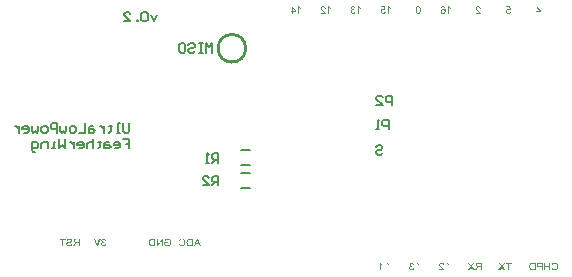
<source format=gbo>
G04 Layer_Color=32896*
%FSLAX44Y44*%
%MOMM*%
G71*
G01*
G75*
%ADD28C,0.1270*%
%ADD30C,0.1500*%
%ADD45C,0.2540*%
G36*
X37669Y-85093D02*
X37894Y-85118D01*
X38094Y-85160D01*
X38269Y-85193D01*
X38344Y-85218D01*
X38410Y-85235D01*
X38469Y-85260D01*
X38519Y-85277D01*
X38560Y-85285D01*
X38585Y-85302D01*
X38602Y-85310D01*
X38610D01*
X38793Y-85402D01*
X38960Y-85502D01*
X39093Y-85610D01*
X39210Y-85710D01*
X39293Y-85801D01*
X39360Y-85885D01*
X39393Y-85935D01*
X39410Y-85943D01*
Y-85951D01*
X39502Y-86110D01*
X39568Y-86268D01*
X39618Y-86418D01*
X39652Y-86560D01*
X39668Y-86685D01*
X39677Y-86776D01*
X39685Y-86810D01*
Y-86834D01*
Y-86851D01*
Y-86860D01*
X39677Y-87018D01*
X39652Y-87168D01*
X39618Y-87309D01*
X39577Y-87426D01*
X39535Y-87526D01*
X39502Y-87593D01*
X39477Y-87643D01*
X39468Y-87651D01*
Y-87659D01*
X39377Y-87784D01*
X39268Y-87901D01*
X39152Y-88001D01*
X39044Y-88084D01*
X38944Y-88159D01*
X38860Y-88209D01*
X38827Y-88226D01*
X38802Y-88243D01*
X38793Y-88251D01*
X38785D01*
X38710Y-88284D01*
X38627Y-88326D01*
X38444Y-88392D01*
X38235Y-88468D01*
X38035Y-88526D01*
X37844Y-88584D01*
X37769Y-88601D01*
X37694Y-88626D01*
X37636Y-88634D01*
X37594Y-88651D01*
X37561Y-88659D01*
X37552D01*
X37394Y-88701D01*
X37252Y-88734D01*
X37119Y-88767D01*
X37002Y-88792D01*
X36894Y-88826D01*
X36802Y-88851D01*
X36719Y-88867D01*
X36652Y-88892D01*
X36586Y-88909D01*
X36536Y-88926D01*
X36494Y-88934D01*
X36461Y-88951D01*
X36428Y-88959D01*
X36411Y-88967D01*
X36269Y-89026D01*
X36153Y-89092D01*
X36053Y-89151D01*
X35969Y-89209D01*
X35911Y-89259D01*
X35869Y-89301D01*
X35844Y-89334D01*
X35836Y-89342D01*
X35778Y-89426D01*
X35728Y-89517D01*
X35694Y-89609D01*
X35678Y-89692D01*
X35661Y-89759D01*
X35653Y-89817D01*
Y-89850D01*
Y-89867D01*
X35661Y-89975D01*
X35678Y-90075D01*
X35711Y-90167D01*
X35744Y-90250D01*
X35778Y-90317D01*
X35811Y-90375D01*
X35828Y-90409D01*
X35836Y-90417D01*
X35911Y-90509D01*
X36003Y-90584D01*
X36094Y-90650D01*
X36186Y-90709D01*
X36269Y-90750D01*
X36336Y-90784D01*
X36377Y-90800D01*
X36386Y-90808D01*
X36394D01*
X36536Y-90858D01*
X36677Y-90892D01*
X36827Y-90917D01*
X36952Y-90934D01*
X37069Y-90942D01*
X37161Y-90950D01*
X37244D01*
X37444Y-90942D01*
X37627Y-90925D01*
X37794Y-90892D01*
X37935Y-90858D01*
X38060Y-90825D01*
X38110Y-90808D01*
X38152Y-90792D01*
X38185Y-90784D01*
X38210Y-90775D01*
X38219Y-90767D01*
X38227D01*
X38377Y-90692D01*
X38510Y-90609D01*
X38619Y-90525D01*
X38710Y-90442D01*
X38777Y-90375D01*
X38827Y-90317D01*
X38860Y-90284D01*
X38869Y-90267D01*
X38935Y-90142D01*
X38993Y-90009D01*
X39044Y-89875D01*
X39077Y-89750D01*
X39102Y-89634D01*
X39118Y-89551D01*
Y-89517D01*
X39127Y-89492D01*
Y-89475D01*
Y-89467D01*
X39927Y-89534D01*
X39910Y-89767D01*
X39868Y-89992D01*
X39810Y-90184D01*
X39743Y-90359D01*
X39710Y-90434D01*
X39685Y-90500D01*
X39652Y-90550D01*
X39627Y-90600D01*
X39610Y-90642D01*
X39593Y-90667D01*
X39577Y-90684D01*
Y-90692D01*
X39443Y-90867D01*
X39293Y-91025D01*
X39144Y-91158D01*
X38993Y-91267D01*
X38860Y-91350D01*
X38802Y-91383D01*
X38760Y-91408D01*
X38719Y-91433D01*
X38685Y-91450D01*
X38669Y-91458D01*
X38660D01*
X38427Y-91542D01*
X38185Y-91600D01*
X37935Y-91650D01*
X37710Y-91675D01*
X37602Y-91683D01*
X37510Y-91692D01*
X37419Y-91700D01*
X37344D01*
X37286Y-91708D01*
X37202D01*
X36952Y-91700D01*
X36719Y-91667D01*
X36511Y-91625D01*
X36336Y-91583D01*
X36253Y-91558D01*
X36186Y-91533D01*
X36128Y-91517D01*
X36069Y-91500D01*
X36036Y-91483D01*
X36003Y-91467D01*
X35986Y-91458D01*
X35978D01*
X35786Y-91358D01*
X35611Y-91242D01*
X35469Y-91125D01*
X35353Y-91017D01*
X35261Y-90917D01*
X35186Y-90834D01*
X35169Y-90800D01*
X35153Y-90775D01*
X35136Y-90767D01*
Y-90758D01*
X35036Y-90592D01*
X34961Y-90417D01*
X34911Y-90259D01*
X34870Y-90109D01*
X34853Y-89984D01*
X34845Y-89934D01*
Y-89884D01*
X34836Y-89850D01*
Y-89825D01*
Y-89809D01*
Y-89801D01*
X34845Y-89609D01*
X34878Y-89442D01*
X34920Y-89284D01*
X34969Y-89151D01*
X35028Y-89042D01*
X35069Y-88959D01*
X35086Y-88934D01*
X35103Y-88909D01*
X35111Y-88901D01*
Y-88892D01*
X35220Y-88751D01*
X35353Y-88617D01*
X35486Y-88509D01*
X35619Y-88409D01*
X35744Y-88334D01*
X35844Y-88284D01*
X35886Y-88259D01*
X35911Y-88243D01*
X35928Y-88234D01*
X35936D01*
X36011Y-88201D01*
X36103Y-88167D01*
X36211Y-88134D01*
X36319Y-88093D01*
X36553Y-88026D01*
X36786Y-87968D01*
X36902Y-87934D01*
X37002Y-87909D01*
X37102Y-87884D01*
X37186Y-87868D01*
X37252Y-87851D01*
X37311Y-87834D01*
X37344Y-87826D01*
X37352D01*
X37536Y-87784D01*
X37702Y-87743D01*
X37852Y-87701D01*
X37985Y-87659D01*
X38102Y-87618D01*
X38202Y-87584D01*
X38294Y-87543D01*
X38377Y-87509D01*
X38435Y-87484D01*
X38494Y-87459D01*
X38535Y-87434D01*
X38569Y-87409D01*
X38594Y-87401D01*
X38610Y-87384D01*
X38627Y-87376D01*
X38710Y-87284D01*
X38769Y-87193D01*
X38810Y-87101D01*
X38835Y-87009D01*
X38852Y-86926D01*
X38869Y-86868D01*
Y-86826D01*
Y-86810D01*
X38852Y-86668D01*
X38810Y-86535D01*
X38760Y-86418D01*
X38694Y-86318D01*
X38627Y-86235D01*
X38577Y-86176D01*
X38535Y-86143D01*
X38519Y-86126D01*
X38452Y-86076D01*
X38369Y-86035D01*
X38194Y-85960D01*
X38010Y-85910D01*
X37827Y-85877D01*
X37661Y-85860D01*
X37594Y-85851D01*
X37527Y-85843D01*
X37269D01*
X37144Y-85860D01*
X37027Y-85868D01*
X36919Y-85893D01*
X36819Y-85918D01*
X36727Y-85943D01*
X36644Y-85968D01*
X36569Y-85993D01*
X36511Y-86026D01*
X36453Y-86051D01*
X36402Y-86076D01*
X36361Y-86101D01*
X36336Y-86126D01*
X36311Y-86135D01*
X36294Y-86151D01*
X36161Y-86276D01*
X36061Y-86426D01*
X35986Y-86576D01*
X35928Y-86718D01*
X35886Y-86851D01*
X35869Y-86910D01*
X35861Y-86959D01*
X35853Y-87001D01*
X35844Y-87035D01*
Y-87051D01*
Y-87059D01*
X35028Y-87001D01*
X35045Y-86801D01*
X35086Y-86610D01*
X35136Y-86443D01*
X35194Y-86293D01*
X35253Y-86168D01*
X35278Y-86118D01*
X35294Y-86076D01*
X35319Y-86043D01*
X35328Y-86018D01*
X35344Y-86010D01*
Y-86001D01*
X35461Y-85843D01*
X35603Y-85702D01*
X35736Y-85585D01*
X35878Y-85493D01*
X35994Y-85418D01*
X36094Y-85360D01*
X36136Y-85343D01*
X36161Y-85327D01*
X36178Y-85318D01*
X36186D01*
X36394Y-85243D01*
X36611Y-85185D01*
X36819Y-85143D01*
X37011Y-85110D01*
X37102Y-85102D01*
X37186Y-85093D01*
X37252D01*
X37319Y-85085D01*
X37436D01*
X37669Y-85093D01*
D02*
G37*
G36*
X34161Y-85951D02*
X32054D01*
Y-91600D01*
X31204D01*
Y-85951D01*
X29096D01*
Y-85193D01*
X34161D01*
Y-85951D01*
D02*
G37*
G36*
X404109Y-108629D02*
X406583Y-111953D01*
X405567D01*
X403942Y-109737D01*
X403901Y-109679D01*
X403859Y-109612D01*
X403759Y-109454D01*
X403709Y-109388D01*
X403676Y-109329D01*
X403651Y-109296D01*
X403643Y-109279D01*
X403543Y-109421D01*
X403501Y-109487D01*
X403459Y-109546D01*
X403426Y-109596D01*
X403401Y-109637D01*
X403384Y-109662D01*
X403376Y-109671D01*
X401760Y-111953D01*
X400718D01*
X403109Y-108596D01*
X400893Y-105547D01*
X401818D01*
X403093Y-107255D01*
X403201Y-107396D01*
X403293Y-107521D01*
X403384Y-107646D01*
X403459Y-107754D01*
X403518Y-107846D01*
X403559Y-107913D01*
X403592Y-107955D01*
X403601Y-107971D01*
X403667Y-107863D01*
X403742Y-107738D01*
X403826Y-107605D01*
X403909Y-107480D01*
X403984Y-107363D01*
X404051Y-107271D01*
X404076Y-107238D01*
X404092Y-107213D01*
X404101Y-107196D01*
X404109Y-107188D01*
X405275Y-105547D01*
X406292D01*
X404109Y-108629D01*
D02*
G37*
G36*
X444525Y-111953D02*
X443676D01*
Y-108938D01*
X440360D01*
Y-111953D01*
X439510D01*
Y-105547D01*
X440360D01*
Y-108179D01*
X443676D01*
Y-105547D01*
X444525D01*
Y-111953D01*
D02*
G37*
G36*
X411874Y-106305D02*
X409766D01*
Y-111953D01*
X408916D01*
Y-106305D01*
X406808D01*
Y-105547D01*
X411874D01*
Y-106305D01*
D02*
G37*
G36*
X46100Y-91600D02*
X45250D01*
Y-88759D01*
X44151D01*
X44059Y-88767D01*
X43976D01*
X43909Y-88776D01*
X43859Y-88784D01*
X43826D01*
X43809Y-88792D01*
X43801D01*
X43659Y-88842D01*
X43592Y-88867D01*
X43534Y-88901D01*
X43484Y-88926D01*
X43451Y-88951D01*
X43426Y-88959D01*
X43417Y-88967D01*
X43342Y-89026D01*
X43267Y-89084D01*
X43192Y-89159D01*
X43126Y-89234D01*
X43067Y-89292D01*
X43026Y-89351D01*
X42993Y-89384D01*
X42984Y-89401D01*
X42884Y-89525D01*
X42784Y-89667D01*
X42684Y-89809D01*
X42584Y-89950D01*
X42501Y-90075D01*
X42459Y-90134D01*
X42426Y-90184D01*
X42401Y-90217D01*
X42384Y-90250D01*
X42368Y-90267D01*
Y-90275D01*
X41526Y-91600D01*
X40460D01*
X41568Y-89867D01*
X41693Y-89684D01*
X41818Y-89517D01*
X41934Y-89367D01*
X42043Y-89251D01*
X42143Y-89151D01*
X42209Y-89076D01*
X42259Y-89034D01*
X42268Y-89017D01*
X42276D01*
X42351Y-88959D01*
X42426Y-88901D01*
X42593Y-88792D01*
X42668Y-88751D01*
X42726Y-88717D01*
X42768Y-88701D01*
X42784Y-88692D01*
X42618Y-88667D01*
X42459Y-88634D01*
X42318Y-88592D01*
X42184Y-88551D01*
X42059Y-88501D01*
X41943Y-88451D01*
X41843Y-88401D01*
X41751Y-88351D01*
X41676Y-88301D01*
X41610Y-88251D01*
X41551Y-88209D01*
X41501Y-88176D01*
X41468Y-88142D01*
X41434Y-88118D01*
X41426Y-88109D01*
X41418Y-88101D01*
X41343Y-88009D01*
X41268Y-87918D01*
X41210Y-87818D01*
X41160Y-87726D01*
X41085Y-87534D01*
X41035Y-87351D01*
X41001Y-87193D01*
X40993Y-87126D01*
X40985Y-87068D01*
X40976Y-87018D01*
Y-86985D01*
Y-86959D01*
Y-86951D01*
X40985Y-86760D01*
X41018Y-86576D01*
X41060Y-86410D01*
X41110Y-86268D01*
X41160Y-86151D01*
X41201Y-86060D01*
X41218Y-86026D01*
X41235Y-86001D01*
X41243Y-85993D01*
Y-85985D01*
X41351Y-85835D01*
X41468Y-85702D01*
X41585Y-85593D01*
X41701Y-85510D01*
X41801Y-85443D01*
X41884Y-85402D01*
X41918Y-85385D01*
X41943Y-85377D01*
X41951Y-85368D01*
X41959D01*
X42043Y-85335D01*
X42143Y-85310D01*
X42351Y-85268D01*
X42568Y-85235D01*
X42776Y-85218D01*
X42876Y-85210D01*
X42968Y-85202D01*
X43042D01*
X43117Y-85193D01*
X46100D01*
Y-91600D01*
D02*
G37*
G36*
X120776Y-85093D02*
X120942Y-85102D01*
X121267Y-85143D01*
X121417Y-85177D01*
X121551Y-85210D01*
X121684Y-85243D01*
X121800Y-85285D01*
X121909Y-85318D01*
X122009Y-85360D01*
X122092Y-85393D01*
X122159Y-85418D01*
X122217Y-85452D01*
X122259Y-85468D01*
X122284Y-85477D01*
X122292Y-85485D01*
X122425Y-85560D01*
X122550Y-85652D01*
X122775Y-85835D01*
X122875Y-85935D01*
X122967Y-86035D01*
X123050Y-86135D01*
X123125Y-86235D01*
X123192Y-86326D01*
X123250Y-86410D01*
X123300Y-86485D01*
X123342Y-86551D01*
X123375Y-86610D01*
X123400Y-86651D01*
X123408Y-86676D01*
X123417Y-86685D01*
X123483Y-86834D01*
X123542Y-86993D01*
X123642Y-87301D01*
X123708Y-87593D01*
X123733Y-87734D01*
X123750Y-87859D01*
X123767Y-87984D01*
X123783Y-88093D01*
X123792Y-88193D01*
Y-88276D01*
X123800Y-88343D01*
Y-88392D01*
Y-88426D01*
Y-88434D01*
X123792Y-88609D01*
X123783Y-88776D01*
X123742Y-89101D01*
X123708Y-89251D01*
X123675Y-89384D01*
X123642Y-89517D01*
X123600Y-89642D01*
X123567Y-89750D01*
X123533Y-89850D01*
X123500Y-89934D01*
X123467Y-90009D01*
X123442Y-90067D01*
X123425Y-90109D01*
X123408Y-90134D01*
Y-90142D01*
X123334Y-90284D01*
X123250Y-90409D01*
X123159Y-90534D01*
X123059Y-90642D01*
X122967Y-90750D01*
X122867Y-90842D01*
X122775Y-90934D01*
X122684Y-91009D01*
X122592Y-91075D01*
X122517Y-91142D01*
X122442Y-91192D01*
X122375Y-91233D01*
X122325Y-91267D01*
X122284Y-91292D01*
X122259Y-91300D01*
X122250Y-91308D01*
X122100Y-91375D01*
X121951Y-91442D01*
X121659Y-91542D01*
X121367Y-91608D01*
X121234Y-91633D01*
X121101Y-91658D01*
X120984Y-91675D01*
X120876Y-91683D01*
X120776Y-91700D01*
X120693D01*
X120626Y-91708D01*
X120534D01*
X120276Y-91700D01*
X120026Y-91667D01*
X119793Y-91625D01*
X119584Y-91583D01*
X119501Y-91558D01*
X119418Y-91533D01*
X119343Y-91517D01*
X119284Y-91500D01*
X119235Y-91483D01*
X119201Y-91467D01*
X119176Y-91458D01*
X119168D01*
X118918Y-91358D01*
X118685Y-91233D01*
X118468Y-91117D01*
X118268Y-90992D01*
X118185Y-90934D01*
X118110Y-90884D01*
X118043Y-90842D01*
X117985Y-90800D01*
X117935Y-90767D01*
X117901Y-90742D01*
X117885Y-90725D01*
X117877Y-90717D01*
Y-88334D01*
X120592D01*
Y-89092D01*
X118710D01*
Y-90292D01*
X118826Y-90384D01*
X118951Y-90467D01*
X119085Y-90542D01*
X119209Y-90609D01*
X119326Y-90667D01*
X119426Y-90709D01*
X119459Y-90717D01*
X119484Y-90733D01*
X119501Y-90742D01*
X119509D01*
X119709Y-90808D01*
X119901Y-90858D01*
X120076Y-90900D01*
X120243Y-90925D01*
X120384Y-90942D01*
X120442D01*
X120492Y-90950D01*
X120584D01*
X120817Y-90942D01*
X121042Y-90908D01*
X121242Y-90867D01*
X121417Y-90808D01*
X121501Y-90784D01*
X121567Y-90758D01*
X121634Y-90742D01*
X121684Y-90717D01*
X121726Y-90700D01*
X121759Y-90684D01*
X121776Y-90675D01*
X121784D01*
X121984Y-90559D01*
X122150Y-90425D01*
X122300Y-90275D01*
X122417Y-90142D01*
X122509Y-90017D01*
X122550Y-89959D01*
X122575Y-89909D01*
X122600Y-89875D01*
X122617Y-89842D01*
X122634Y-89825D01*
Y-89817D01*
X122734Y-89592D01*
X122800Y-89351D01*
X122850Y-89109D01*
X122892Y-88884D01*
X122900Y-88784D01*
X122909Y-88684D01*
X122917Y-88601D01*
Y-88526D01*
X122925Y-88468D01*
Y-88426D01*
Y-88392D01*
Y-88384D01*
X122917Y-88126D01*
X122884Y-87884D01*
X122850Y-87668D01*
X122800Y-87476D01*
X122784Y-87393D01*
X122759Y-87318D01*
X122742Y-87251D01*
X122717Y-87193D01*
X122709Y-87151D01*
X122692Y-87118D01*
X122684Y-87101D01*
Y-87093D01*
X122625Y-86968D01*
X122559Y-86843D01*
X122492Y-86735D01*
X122434Y-86643D01*
X122375Y-86568D01*
X122325Y-86510D01*
X122292Y-86476D01*
X122284Y-86460D01*
X122184Y-86360D01*
X122067Y-86260D01*
X121951Y-86185D01*
X121842Y-86118D01*
X121750Y-86060D01*
X121667Y-86026D01*
X121617Y-86001D01*
X121609Y-85993D01*
X121601D01*
X121434Y-85935D01*
X121267Y-85885D01*
X121092Y-85851D01*
X120934Y-85835D01*
X120801Y-85818D01*
X120743D01*
X120693Y-85810D01*
X120592D01*
X120417Y-85818D01*
X120251Y-85835D01*
X120101Y-85868D01*
X119976Y-85893D01*
X119868Y-85926D01*
X119784Y-85960D01*
X119734Y-85976D01*
X119726Y-85985D01*
X119718D01*
X119576Y-86051D01*
X119451Y-86126D01*
X119343Y-86201D01*
X119260Y-86268D01*
X119193Y-86335D01*
X119143Y-86385D01*
X119109Y-86418D01*
X119101Y-86435D01*
X119026Y-86543D01*
X118951Y-86668D01*
X118893Y-86801D01*
X118843Y-86918D01*
X118801Y-87035D01*
X118768Y-87118D01*
X118760Y-87151D01*
X118751Y-87176D01*
X118743Y-87193D01*
Y-87201D01*
X117977Y-86993D01*
X118043Y-86760D01*
X118126Y-86551D01*
X118201Y-86376D01*
X118285Y-86226D01*
X118360Y-86101D01*
X118385Y-86051D01*
X118418Y-86018D01*
X118435Y-85985D01*
X118451Y-85960D01*
X118468Y-85951D01*
Y-85943D01*
X118593Y-85801D01*
X118735Y-85676D01*
X118885Y-85568D01*
X119026Y-85477D01*
X119151Y-85410D01*
X119201Y-85385D01*
X119251Y-85360D01*
X119293Y-85343D01*
X119318Y-85327D01*
X119334Y-85318D01*
X119343D01*
X119559Y-85243D01*
X119776Y-85185D01*
X119984Y-85143D01*
X120184Y-85110D01*
X120268Y-85102D01*
X120351Y-85093D01*
X120417D01*
X120484Y-85085D01*
X120601D01*
X120776Y-85093D01*
D02*
G37*
G36*
X116635Y-91600D02*
X115819D01*
Y-86576D01*
X112461Y-91600D01*
X111587D01*
Y-85193D01*
X112403D01*
Y-90225D01*
X115769Y-85193D01*
X116635D01*
Y-91600D01*
D02*
G37*
G36*
X110162D02*
X107854D01*
X107646Y-91592D01*
X107446Y-91583D01*
X107271Y-91567D01*
X107121Y-91542D01*
X106996Y-91525D01*
X106946Y-91517D01*
X106904Y-91508D01*
X106871Y-91500D01*
X106846D01*
X106838Y-91492D01*
X106829D01*
X106671Y-91450D01*
X106521Y-91400D01*
X106388Y-91342D01*
X106279Y-91292D01*
X106188Y-91250D01*
X106121Y-91208D01*
X106080Y-91183D01*
X106063Y-91175D01*
X105946Y-91083D01*
X105830Y-90992D01*
X105730Y-90892D01*
X105646Y-90800D01*
X105571Y-90717D01*
X105521Y-90650D01*
X105480Y-90609D01*
X105471Y-90592D01*
X105380Y-90450D01*
X105288Y-90292D01*
X105213Y-90134D01*
X105155Y-89984D01*
X105105Y-89859D01*
X105088Y-89801D01*
X105071Y-89750D01*
X105055Y-89717D01*
X105047Y-89684D01*
X105038Y-89667D01*
Y-89659D01*
X104980Y-89442D01*
X104938Y-89217D01*
X104905Y-89001D01*
X104888Y-88801D01*
X104880Y-88709D01*
X104872Y-88626D01*
Y-88551D01*
X104863Y-88492D01*
Y-88434D01*
Y-88401D01*
Y-88376D01*
Y-88368D01*
X104872Y-88059D01*
X104905Y-87768D01*
X104922Y-87634D01*
X104946Y-87509D01*
X104972Y-87393D01*
X104988Y-87284D01*
X105013Y-87184D01*
X105038Y-87101D01*
X105063Y-87026D01*
X105080Y-86959D01*
X105097Y-86910D01*
X105113Y-86876D01*
X105121Y-86851D01*
Y-86843D01*
X105221Y-86601D01*
X105346Y-86393D01*
X105471Y-86201D01*
X105596Y-86043D01*
X105655Y-85976D01*
X105705Y-85918D01*
X105755Y-85868D01*
X105796Y-85827D01*
X105830Y-85793D01*
X105855Y-85768D01*
X105871Y-85760D01*
X105880Y-85751D01*
X106030Y-85635D01*
X106188Y-85535D01*
X106346Y-85460D01*
X106496Y-85393D01*
X106621Y-85352D01*
X106679Y-85335D01*
X106729Y-85318D01*
X106763Y-85310D01*
X106796Y-85302D01*
X106813Y-85293D01*
X106821D01*
X106979Y-85260D01*
X107163Y-85235D01*
X107354Y-85218D01*
X107537Y-85202D01*
X107696D01*
X107771Y-85193D01*
X110162D01*
Y-91600D01*
D02*
G37*
G36*
X61285D02*
X60402D01*
X57903Y-85193D01*
X58761D01*
X60494Y-89850D01*
X60569Y-90042D01*
X60635Y-90234D01*
X60694Y-90417D01*
X60744Y-90575D01*
X60785Y-90709D01*
X60802Y-90758D01*
X60819Y-90808D01*
X60827Y-90850D01*
X60835Y-90875D01*
X60844Y-90892D01*
Y-90900D01*
X60894Y-90717D01*
X60952Y-90525D01*
X61010Y-90350D01*
X61060Y-90192D01*
X61110Y-90050D01*
X61127Y-89992D01*
X61143Y-89942D01*
X61160Y-89909D01*
X61168Y-89875D01*
X61177Y-89859D01*
Y-89850D01*
X62843Y-85193D01*
X63768D01*
X61285Y-91600D01*
D02*
G37*
G36*
X66542Y-85177D02*
X66675Y-85185D01*
X66925Y-85235D01*
X67142Y-85310D01*
X67234Y-85352D01*
X67325Y-85385D01*
X67400Y-85427D01*
X67475Y-85468D01*
X67533Y-85510D01*
X67583Y-85543D01*
X67625Y-85568D01*
X67650Y-85593D01*
X67667Y-85602D01*
X67675Y-85610D01*
X67767Y-85693D01*
X67850Y-85785D01*
X67992Y-85985D01*
X68100Y-86185D01*
X68192Y-86376D01*
X68225Y-86468D01*
X68250Y-86551D01*
X68275Y-86635D01*
X68292Y-86693D01*
X68308Y-86751D01*
X68317Y-86793D01*
X68325Y-86818D01*
Y-86826D01*
X67542Y-86968D01*
X67500Y-86768D01*
X67450Y-86593D01*
X67384Y-86443D01*
X67317Y-86326D01*
X67259Y-86226D01*
X67209Y-86160D01*
X67175Y-86126D01*
X67159Y-86110D01*
X67034Y-86010D01*
X66909Y-85943D01*
X66775Y-85893D01*
X66659Y-85851D01*
X66550Y-85835D01*
X66459Y-85827D01*
X66425Y-85818D01*
X66384D01*
X66217Y-85827D01*
X66076Y-85860D01*
X65942Y-85910D01*
X65834Y-85960D01*
X65751Y-86018D01*
X65684Y-86060D01*
X65651Y-86093D01*
X65634Y-86110D01*
X65534Y-86218D01*
X65459Y-86343D01*
X65409Y-86460D01*
X65367Y-86568D01*
X65351Y-86668D01*
X65342Y-86743D01*
X65334Y-86801D01*
Y-86810D01*
Y-86818D01*
X65342Y-86918D01*
X65351Y-87009D01*
X65401Y-87176D01*
X65459Y-87318D01*
X65534Y-87434D01*
X65609Y-87518D01*
X65676Y-87584D01*
X65726Y-87618D01*
X65734Y-87634D01*
X65742D01*
X65892Y-87718D01*
X66051Y-87784D01*
X66201Y-87826D01*
X66342Y-87859D01*
X66459Y-87876D01*
X66559Y-87884D01*
X66592Y-87893D01*
X66684D01*
X66725Y-87884D01*
X66750Y-87876D01*
X66767D01*
X66859Y-88567D01*
X66742Y-88542D01*
X66634Y-88518D01*
X66534Y-88501D01*
X66451Y-88492D01*
X66392Y-88484D01*
X66301D01*
X66101Y-88501D01*
X65926Y-88542D01*
X65776Y-88592D01*
X65642Y-88659D01*
X65542Y-88726D01*
X65467Y-88776D01*
X65417Y-88817D01*
X65401Y-88834D01*
X65334Y-88901D01*
X65284Y-88976D01*
X65192Y-89117D01*
X65126Y-89267D01*
X65084Y-89409D01*
X65059Y-89534D01*
X65051Y-89592D01*
Y-89634D01*
X65043Y-89676D01*
Y-89700D01*
Y-89717D01*
Y-89726D01*
Y-89825D01*
X65059Y-89925D01*
X65101Y-90109D01*
X65167Y-90275D01*
X65234Y-90409D01*
X65301Y-90525D01*
X65367Y-90609D01*
X65392Y-90634D01*
X65409Y-90659D01*
X65417Y-90667D01*
X65426Y-90675D01*
X65501Y-90742D01*
X65576Y-90800D01*
X65734Y-90900D01*
X65892Y-90967D01*
X66042Y-91009D01*
X66167Y-91042D01*
X66226Y-91050D01*
X66276D01*
X66309Y-91059D01*
X66367D01*
X66534Y-91042D01*
X66692Y-91009D01*
X66825Y-90967D01*
X66942Y-90908D01*
X67042Y-90858D01*
X67109Y-90808D01*
X67150Y-90775D01*
X67167Y-90767D01*
X67225Y-90709D01*
X67275Y-90642D01*
X67367Y-90484D01*
X67450Y-90325D01*
X67509Y-90167D01*
X67558Y-90017D01*
X67575Y-89959D01*
X67592Y-89900D01*
X67600Y-89859D01*
X67608Y-89825D01*
X67617Y-89801D01*
Y-89792D01*
X68400Y-89900D01*
X68383Y-90050D01*
X68350Y-90192D01*
X68317Y-90317D01*
X68267Y-90442D01*
X68217Y-90559D01*
X68167Y-90667D01*
X68108Y-90767D01*
X68058Y-90858D01*
X68000Y-90934D01*
X67950Y-91009D01*
X67900Y-91067D01*
X67859Y-91117D01*
X67817Y-91158D01*
X67792Y-91183D01*
X67775Y-91200D01*
X67767Y-91208D01*
X67659Y-91300D01*
X67550Y-91375D01*
X67434Y-91442D01*
X67309Y-91500D01*
X67192Y-91542D01*
X67075Y-91583D01*
X66859Y-91642D01*
X66759Y-91667D01*
X66659Y-91683D01*
X66575Y-91692D01*
X66509Y-91700D01*
X66451Y-91708D01*
X66367D01*
X66192Y-91700D01*
X66034Y-91683D01*
X65876Y-91658D01*
X65734Y-91617D01*
X65592Y-91575D01*
X65467Y-91525D01*
X65351Y-91475D01*
X65243Y-91417D01*
X65151Y-91367D01*
X65068Y-91317D01*
X64992Y-91267D01*
X64934Y-91225D01*
X64884Y-91183D01*
X64851Y-91158D01*
X64834Y-91142D01*
X64826Y-91133D01*
X64718Y-91025D01*
X64626Y-90908D01*
X64543Y-90784D01*
X64468Y-90667D01*
X64409Y-90542D01*
X64359Y-90425D01*
X64318Y-90309D01*
X64284Y-90200D01*
X64259Y-90100D01*
X64243Y-90009D01*
X64226Y-89925D01*
X64218Y-89850D01*
X64209Y-89792D01*
Y-89742D01*
Y-89717D01*
Y-89709D01*
X64226Y-89484D01*
X64259Y-89292D01*
X64309Y-89117D01*
X64368Y-88967D01*
X64426Y-88842D01*
X64451Y-88801D01*
X64476Y-88759D01*
X64493Y-88726D01*
X64509Y-88701D01*
X64526Y-88692D01*
Y-88684D01*
X64651Y-88542D01*
X64801Y-88426D01*
X64942Y-88326D01*
X65084Y-88251D01*
X65209Y-88201D01*
X65268Y-88176D01*
X65317Y-88159D01*
X65351Y-88151D01*
X65384Y-88142D01*
X65401Y-88134D01*
X65409D01*
X65259Y-88051D01*
X65126Y-87968D01*
X65009Y-87876D01*
X64917Y-87784D01*
X64843Y-87709D01*
X64793Y-87651D01*
X64759Y-87609D01*
X64751Y-87593D01*
X64676Y-87459D01*
X64618Y-87326D01*
X64584Y-87201D01*
X64551Y-87085D01*
X64534Y-86985D01*
X64526Y-86901D01*
Y-86851D01*
Y-86843D01*
Y-86834D01*
X64534Y-86676D01*
X64559Y-86526D01*
X64601Y-86385D01*
X64643Y-86260D01*
X64693Y-86160D01*
X64726Y-86076D01*
X64759Y-86026D01*
X64768Y-86018D01*
Y-86010D01*
X64859Y-85868D01*
X64967Y-85751D01*
X65084Y-85643D01*
X65192Y-85552D01*
X65293Y-85485D01*
X65367Y-85435D01*
X65401Y-85418D01*
X65426Y-85402D01*
X65434Y-85393D01*
X65442D01*
X65609Y-85318D01*
X65776Y-85260D01*
X65934Y-85227D01*
X66084Y-85193D01*
X66209Y-85177D01*
X66267D01*
X66309Y-85168D01*
X66400D01*
X66542Y-85177D01*
D02*
G37*
G36*
X327442Y-105530D02*
X327575Y-105538D01*
X327825Y-105588D01*
X328042Y-105663D01*
X328134Y-105705D01*
X328225Y-105738D01*
X328300Y-105780D01*
X328375Y-105822D01*
X328433Y-105863D01*
X328483Y-105897D01*
X328525Y-105922D01*
X328550Y-105947D01*
X328567Y-105955D01*
X328575Y-105963D01*
X328667Y-106047D01*
X328750Y-106138D01*
X328892Y-106338D01*
X329000Y-106538D01*
X329092Y-106730D01*
X329125Y-106821D01*
X329150Y-106905D01*
X329175Y-106988D01*
X329192Y-107046D01*
X329208Y-107105D01*
X329217Y-107146D01*
X329225Y-107171D01*
Y-107180D01*
X328442Y-107321D01*
X328400Y-107121D01*
X328350Y-106946D01*
X328284Y-106797D01*
X328217Y-106680D01*
X328158Y-106580D01*
X328108Y-106513D01*
X328075Y-106480D01*
X328059Y-106463D01*
X327934Y-106363D01*
X327809Y-106297D01*
X327675Y-106247D01*
X327559Y-106205D01*
X327450Y-106188D01*
X327359Y-106180D01*
X327325Y-106172D01*
X327284D01*
X327117Y-106180D01*
X326976Y-106213D01*
X326842Y-106263D01*
X326734Y-106313D01*
X326651Y-106372D01*
X326584Y-106413D01*
X326551Y-106447D01*
X326534Y-106463D01*
X326434Y-106572D01*
X326359Y-106697D01*
X326309Y-106813D01*
X326267Y-106921D01*
X326251Y-107021D01*
X326242Y-107096D01*
X326234Y-107155D01*
Y-107163D01*
Y-107171D01*
X326242Y-107271D01*
X326251Y-107363D01*
X326301Y-107530D01*
X326359Y-107671D01*
X326434Y-107788D01*
X326509Y-107871D01*
X326576Y-107938D01*
X326626Y-107971D01*
X326634Y-107988D01*
X326642D01*
X326792Y-108071D01*
X326950Y-108138D01*
X327100Y-108179D01*
X327242Y-108213D01*
X327359Y-108229D01*
X327459Y-108238D01*
X327492Y-108246D01*
X327584D01*
X327625Y-108238D01*
X327650Y-108229D01*
X327667D01*
X327759Y-108921D01*
X327642Y-108896D01*
X327534Y-108871D01*
X327434Y-108854D01*
X327350Y-108846D01*
X327292Y-108838D01*
X327200D01*
X327001Y-108854D01*
X326825Y-108896D01*
X326675Y-108946D01*
X326542Y-109013D01*
X326442Y-109079D01*
X326367Y-109129D01*
X326317Y-109171D01*
X326301Y-109187D01*
X326234Y-109254D01*
X326184Y-109329D01*
X326092Y-109471D01*
X326026Y-109621D01*
X325984Y-109762D01*
X325959Y-109887D01*
X325951Y-109946D01*
Y-109987D01*
X325942Y-110029D01*
Y-110054D01*
Y-110071D01*
Y-110079D01*
Y-110179D01*
X325959Y-110279D01*
X326001Y-110462D01*
X326067Y-110629D01*
X326134Y-110762D01*
X326201Y-110879D01*
X326267Y-110962D01*
X326292Y-110987D01*
X326309Y-111012D01*
X326317Y-111020D01*
X326326Y-111029D01*
X326401Y-111095D01*
X326476Y-111154D01*
X326634Y-111254D01*
X326792Y-111320D01*
X326942Y-111362D01*
X327067Y-111395D01*
X327125Y-111404D01*
X327175D01*
X327209Y-111412D01*
X327267D01*
X327434Y-111395D01*
X327592Y-111362D01*
X327725Y-111320D01*
X327842Y-111262D01*
X327942Y-111212D01*
X328008Y-111162D01*
X328050Y-111129D01*
X328067Y-111120D01*
X328125Y-111062D01*
X328175Y-110995D01*
X328267Y-110837D01*
X328350Y-110679D01*
X328408Y-110520D01*
X328458Y-110371D01*
X328475Y-110312D01*
X328492Y-110254D01*
X328500Y-110212D01*
X328508Y-110179D01*
X328517Y-110154D01*
Y-110146D01*
X329300Y-110254D01*
X329283Y-110404D01*
X329250Y-110546D01*
X329217Y-110670D01*
X329167Y-110795D01*
X329117Y-110912D01*
X329067Y-111020D01*
X329008Y-111120D01*
X328958Y-111212D01*
X328900Y-111287D01*
X328850Y-111362D01*
X328800Y-111420D01*
X328758Y-111470D01*
X328717Y-111512D01*
X328692Y-111537D01*
X328675Y-111554D01*
X328667Y-111562D01*
X328558Y-111653D01*
X328450Y-111728D01*
X328334Y-111795D01*
X328209Y-111854D01*
X328092Y-111895D01*
X327975Y-111937D01*
X327759Y-111995D01*
X327659Y-112020D01*
X327559Y-112037D01*
X327475Y-112045D01*
X327409Y-112053D01*
X327350Y-112062D01*
X327267D01*
X327092Y-112053D01*
X326934Y-112037D01*
X326776Y-112012D01*
X326634Y-111970D01*
X326492Y-111929D01*
X326367Y-111878D01*
X326251Y-111828D01*
X326142Y-111770D01*
X326051Y-111720D01*
X325967Y-111670D01*
X325892Y-111620D01*
X325834Y-111579D01*
X325784Y-111537D01*
X325751Y-111512D01*
X325734Y-111495D01*
X325726Y-111487D01*
X325617Y-111379D01*
X325526Y-111262D01*
X325443Y-111137D01*
X325368Y-111020D01*
X325309Y-110895D01*
X325259Y-110779D01*
X325218Y-110662D01*
X325184Y-110554D01*
X325159Y-110454D01*
X325143Y-110362D01*
X325126Y-110279D01*
X325118Y-110204D01*
X325109Y-110146D01*
Y-110096D01*
Y-110071D01*
Y-110062D01*
X325126Y-109837D01*
X325159Y-109646D01*
X325209Y-109471D01*
X325268Y-109321D01*
X325326Y-109196D01*
X325351Y-109154D01*
X325376Y-109113D01*
X325392Y-109079D01*
X325409Y-109054D01*
X325426Y-109046D01*
Y-109038D01*
X325551Y-108896D01*
X325701Y-108779D01*
X325842Y-108679D01*
X325984Y-108604D01*
X326109Y-108554D01*
X326167Y-108529D01*
X326217Y-108513D01*
X326251Y-108504D01*
X326284Y-108496D01*
X326301Y-108488D01*
X326309D01*
X326159Y-108404D01*
X326026Y-108321D01*
X325909Y-108229D01*
X325817Y-108138D01*
X325742Y-108063D01*
X325692Y-108005D01*
X325659Y-107963D01*
X325651Y-107946D01*
X325576Y-107813D01*
X325518Y-107680D01*
X325484Y-107555D01*
X325451Y-107438D01*
X325434Y-107338D01*
X325426Y-107255D01*
Y-107205D01*
Y-107196D01*
Y-107188D01*
X325434Y-107030D01*
X325459Y-106880D01*
X325501Y-106738D01*
X325542Y-106613D01*
X325592Y-106513D01*
X325626Y-106430D01*
X325659Y-106380D01*
X325667Y-106372D01*
Y-106363D01*
X325759Y-106222D01*
X325867Y-106105D01*
X325984Y-105997D01*
X326092Y-105905D01*
X326192Y-105838D01*
X326267Y-105788D01*
X326301Y-105772D01*
X326326Y-105755D01*
X326334Y-105747D01*
X326342D01*
X326509Y-105672D01*
X326675Y-105613D01*
X326834Y-105580D01*
X326984Y-105547D01*
X327109Y-105530D01*
X327167D01*
X327209Y-105522D01*
X327300D01*
X327442Y-105530D01*
D02*
G37*
G36*
X357316Y-105680D02*
X357424Y-105830D01*
X357541Y-105980D01*
X357649Y-106105D01*
X357757Y-106222D01*
X357841Y-106305D01*
X357874Y-106338D01*
X357899Y-106363D01*
X357916Y-106372D01*
X357924Y-106380D01*
X358116Y-106538D01*
X358307Y-106680D01*
X358507Y-106813D01*
X358682Y-106921D01*
X358840Y-107005D01*
X358907Y-107046D01*
X358965Y-107071D01*
X359007Y-107096D01*
X359040Y-107113D01*
X359065Y-107130D01*
X359074D01*
Y-107896D01*
X358932Y-107838D01*
X358791Y-107771D01*
X358649Y-107705D01*
X358524Y-107638D01*
X358416Y-107580D01*
X358324Y-107530D01*
X358291Y-107513D01*
X358266Y-107496D01*
X358257Y-107488D01*
X358249D01*
X358082Y-107388D01*
X357941Y-107288D01*
X357807Y-107196D01*
X357699Y-107113D01*
X357616Y-107046D01*
X357549Y-106988D01*
X357516Y-106955D01*
X357499Y-106946D01*
Y-111953D01*
X356716D01*
Y-105522D01*
X357224D01*
X357316Y-105680D01*
D02*
G37*
G36*
X331916D02*
X332024Y-105830D01*
X332141Y-105980D01*
X332249Y-106105D01*
X332357Y-106222D01*
X332441Y-106305D01*
X332474Y-106338D01*
X332499Y-106363D01*
X332516Y-106372D01*
X332524Y-106380D01*
X332716Y-106538D01*
X332907Y-106680D01*
X333107Y-106813D01*
X333282Y-106921D01*
X333441Y-107005D01*
X333507Y-107046D01*
X333565Y-107071D01*
X333607Y-107096D01*
X333640Y-107113D01*
X333665Y-107130D01*
X333674D01*
Y-107896D01*
X333532Y-107838D01*
X333391Y-107771D01*
X333249Y-107705D01*
X333124Y-107638D01*
X333016Y-107580D01*
X332924Y-107530D01*
X332891Y-107513D01*
X332866Y-107496D01*
X332857Y-107488D01*
X332849D01*
X332682Y-107388D01*
X332541Y-107288D01*
X332407Y-107196D01*
X332299Y-107113D01*
X332216Y-107046D01*
X332149Y-106988D01*
X332116Y-106955D01*
X332099Y-106946D01*
Y-111953D01*
X331316D01*
Y-105522D01*
X331824D01*
X331916Y-105680D01*
D02*
G37*
G36*
X304167Y-109696D02*
Y-110421D01*
X301384D01*
Y-111953D01*
X300601D01*
Y-110421D01*
X299734D01*
Y-109696D01*
X300601D01*
Y-105547D01*
X301242D01*
X304167Y-109696D01*
D02*
G37*
G36*
X306516Y-105680D02*
X306624Y-105830D01*
X306741Y-105980D01*
X306849Y-106105D01*
X306957Y-106222D01*
X307041Y-106305D01*
X307074Y-106338D01*
X307099Y-106363D01*
X307116Y-106372D01*
X307124Y-106380D01*
X307316Y-106538D01*
X307507Y-106680D01*
X307707Y-106813D01*
X307882Y-106921D01*
X308041Y-107005D01*
X308107Y-107046D01*
X308165Y-107071D01*
X308207Y-107096D01*
X308240Y-107113D01*
X308265Y-107130D01*
X308274D01*
Y-107896D01*
X308132Y-107838D01*
X307990Y-107771D01*
X307849Y-107705D01*
X307724Y-107638D01*
X307616Y-107580D01*
X307524Y-107530D01*
X307491Y-107513D01*
X307466Y-107496D01*
X307457Y-107488D01*
X307449D01*
X307282Y-107388D01*
X307141Y-107288D01*
X307007Y-107196D01*
X306899Y-107113D01*
X306816Y-107046D01*
X306749Y-106988D01*
X306716Y-106955D01*
X306699Y-106946D01*
Y-111953D01*
X305916D01*
Y-105522D01*
X306424D01*
X306516Y-105680D01*
D02*
G37*
G36*
X352759Y-105530D02*
X352917Y-105538D01*
X353067Y-105563D01*
X353200Y-105597D01*
X353334Y-105630D01*
X353450Y-105672D01*
X353559Y-105713D01*
X353658Y-105755D01*
X353750Y-105805D01*
X353825Y-105847D01*
X353892Y-105888D01*
X353950Y-105922D01*
X353992Y-105955D01*
X354025Y-105980D01*
X354042Y-105988D01*
X354050Y-105997D01*
X354150Y-106088D01*
X354233Y-106188D01*
X354308Y-106297D01*
X354375Y-106413D01*
X354433Y-106522D01*
X354483Y-106638D01*
X354558Y-106863D01*
X354592Y-106963D01*
X354617Y-107063D01*
X354633Y-107146D01*
X354650Y-107221D01*
X354658Y-107288D01*
Y-107330D01*
X354666Y-107363D01*
Y-107371D01*
X353858Y-107455D01*
X353842Y-107238D01*
X353808Y-107055D01*
X353750Y-106896D01*
X353684Y-106755D01*
X353625Y-106655D01*
X353567Y-106572D01*
X353534Y-106530D01*
X353517Y-106513D01*
X353383Y-106397D01*
X353234Y-106313D01*
X353075Y-106255D01*
X352934Y-106213D01*
X352809Y-106188D01*
X352750Y-106180D01*
X352700D01*
X352667Y-106172D01*
X352609D01*
X352417Y-106188D01*
X352242Y-106222D01*
X352092Y-106272D01*
X351967Y-106330D01*
X351867Y-106397D01*
X351792Y-106447D01*
X351751Y-106480D01*
X351734Y-106496D01*
X351617Y-106622D01*
X351534Y-106755D01*
X351476Y-106880D01*
X351434Y-107005D01*
X351409Y-107113D01*
X351401Y-107205D01*
X351392Y-107238D01*
Y-107255D01*
Y-107271D01*
Y-107280D01*
Y-107363D01*
X351409Y-107446D01*
X351451Y-107621D01*
X351509Y-107780D01*
X351576Y-107921D01*
X351651Y-108046D01*
X351684Y-108096D01*
X351709Y-108146D01*
X351734Y-108179D01*
X351751Y-108204D01*
X351759Y-108221D01*
X351767Y-108229D01*
X351842Y-108329D01*
X351934Y-108429D01*
X352034Y-108538D01*
X352142Y-108654D01*
X352375Y-108879D01*
X352609Y-109096D01*
X352717Y-109196D01*
X352825Y-109288D01*
X352925Y-109371D01*
X353009Y-109446D01*
X353075Y-109504D01*
X353134Y-109546D01*
X353167Y-109579D01*
X353175Y-109587D01*
X353417Y-109787D01*
X353625Y-109971D01*
X353800Y-110137D01*
X353942Y-110279D01*
X354058Y-110395D01*
X354142Y-110487D01*
X354167Y-110520D01*
X354192Y-110546D01*
X354200Y-110554D01*
X354208Y-110562D01*
X354333Y-110721D01*
X354442Y-110870D01*
X354525Y-111012D01*
X354600Y-111145D01*
X354658Y-111254D01*
X354692Y-111337D01*
X354708Y-111370D01*
X354716Y-111395D01*
X354725Y-111404D01*
Y-111412D01*
X354758Y-111512D01*
X354783Y-111604D01*
X354800Y-111695D01*
X354808Y-111778D01*
X354817Y-111854D01*
Y-111903D01*
Y-111937D01*
Y-111953D01*
X350576D01*
Y-111195D01*
X353725D01*
X353617Y-111045D01*
X353559Y-110970D01*
X353508Y-110912D01*
X353459Y-110854D01*
X353425Y-110812D01*
X353400Y-110787D01*
X353392Y-110779D01*
X353350Y-110737D01*
X353292Y-110679D01*
X353234Y-110620D01*
X353167Y-110562D01*
X353017Y-110429D01*
X352859Y-110296D01*
X352717Y-110171D01*
X352650Y-110112D01*
X352600Y-110062D01*
X352550Y-110029D01*
X352517Y-109996D01*
X352492Y-109979D01*
X352484Y-109971D01*
X352334Y-109837D01*
X352184Y-109712D01*
X352059Y-109604D01*
X351934Y-109496D01*
X351826Y-109396D01*
X351726Y-109296D01*
X351634Y-109213D01*
X351559Y-109137D01*
X351484Y-109071D01*
X351426Y-109013D01*
X351376Y-108963D01*
X351334Y-108921D01*
X351309Y-108888D01*
X351284Y-108863D01*
X351267Y-108854D01*
Y-108846D01*
X351143Y-108696D01*
X351034Y-108546D01*
X350942Y-108413D01*
X350868Y-108296D01*
X350809Y-108204D01*
X350776Y-108130D01*
X350751Y-108080D01*
X350743Y-108063D01*
X350693Y-107921D01*
X350651Y-107788D01*
X350626Y-107655D01*
X350601Y-107546D01*
X350593Y-107446D01*
X350584Y-107371D01*
Y-107321D01*
Y-107305D01*
X350593Y-107163D01*
X350609Y-107030D01*
X350634Y-106905D01*
X350668Y-106788D01*
X350759Y-106572D01*
X350801Y-106472D01*
X350851Y-106388D01*
X350909Y-106305D01*
X350951Y-106238D01*
X351001Y-106180D01*
X351043Y-106130D01*
X351076Y-106088D01*
X351101Y-106063D01*
X351118Y-106047D01*
X351126Y-106038D01*
X351234Y-105947D01*
X351342Y-105872D01*
X351459Y-105797D01*
X351584Y-105738D01*
X351709Y-105688D01*
X351826Y-105647D01*
X352059Y-105588D01*
X352167Y-105563D01*
X352267Y-105547D01*
X352359Y-105538D01*
X352442Y-105530D01*
X352500Y-105522D01*
X352592D01*
X352759Y-105530D01*
D02*
G37*
G36*
X438094Y-111953D02*
X437244D01*
Y-109354D01*
X435611D01*
X435369Y-109346D01*
X435145Y-109329D01*
X434936Y-109304D01*
X434745Y-109263D01*
X434578Y-109221D01*
X434420Y-109171D01*
X434286Y-109121D01*
X434161Y-109071D01*
X434062Y-109021D01*
X433970Y-108963D01*
X433895Y-108921D01*
X433837Y-108879D01*
X433795Y-108838D01*
X433762Y-108813D01*
X433745Y-108796D01*
X433737Y-108788D01*
X433645Y-108679D01*
X433562Y-108563D01*
X433495Y-108446D01*
X433437Y-108329D01*
X433378Y-108213D01*
X433337Y-108104D01*
X433278Y-107879D01*
X433253Y-107788D01*
X433237Y-107696D01*
X433228Y-107613D01*
X433220Y-107538D01*
X433212Y-107480D01*
Y-107438D01*
Y-107413D01*
Y-107405D01*
X433220Y-107230D01*
X433245Y-107071D01*
X433278Y-106921D01*
X433312Y-106788D01*
X433345Y-106680D01*
X433378Y-106596D01*
X433395Y-106572D01*
X433403Y-106546D01*
X433412Y-106538D01*
Y-106530D01*
X433487Y-106388D01*
X433570Y-106263D01*
X433662Y-106155D01*
X433745Y-106072D01*
X433812Y-106005D01*
X433878Y-105955D01*
X433912Y-105922D01*
X433928Y-105913D01*
X434053Y-105838D01*
X434187Y-105772D01*
X434311Y-105722D01*
X434436Y-105680D01*
X434545Y-105647D01*
X434636Y-105630D01*
X434670Y-105622D01*
X434686Y-105613D01*
X434711D01*
X434845Y-105588D01*
X435003Y-105572D01*
X435169Y-105563D01*
X435320Y-105555D01*
X435461Y-105547D01*
X438094D01*
Y-111953D01*
D02*
G37*
G36*
X448558Y-105455D02*
X448849Y-105497D01*
X449116Y-105563D01*
X449233Y-105597D01*
X449349Y-105630D01*
X449449Y-105672D01*
X449541Y-105705D01*
X449616Y-105738D01*
X449683Y-105772D01*
X449733Y-105797D01*
X449774Y-105813D01*
X449799Y-105822D01*
X449808Y-105830D01*
X449932Y-105905D01*
X450057Y-105988D01*
X450274Y-106172D01*
X450466Y-106355D01*
X450616Y-106538D01*
X450682Y-106630D01*
X450741Y-106705D01*
X450790Y-106780D01*
X450824Y-106838D01*
X450857Y-106888D01*
X450882Y-106930D01*
X450891Y-106955D01*
X450899Y-106963D01*
X450965Y-107105D01*
X451024Y-107255D01*
X451115Y-107546D01*
X451182Y-107838D01*
X451207Y-107979D01*
X451224Y-108113D01*
X451240Y-108238D01*
X451257Y-108346D01*
X451265Y-108446D01*
Y-108538D01*
X451274Y-108604D01*
Y-108663D01*
Y-108696D01*
Y-108704D01*
X451257Y-109038D01*
X451224Y-109362D01*
X451199Y-109504D01*
X451165Y-109646D01*
X451140Y-109779D01*
X451107Y-109904D01*
X451074Y-110021D01*
X451049Y-110121D01*
X451016Y-110204D01*
X450990Y-110279D01*
X450974Y-110337D01*
X450957Y-110387D01*
X450941Y-110412D01*
Y-110421D01*
X450874Y-110562D01*
X450799Y-110704D01*
X450724Y-110829D01*
X450641Y-110945D01*
X450557Y-111062D01*
X450474Y-111162D01*
X450399Y-111254D01*
X450316Y-111329D01*
X450241Y-111404D01*
X450174Y-111470D01*
X450107Y-111520D01*
X450057Y-111562D01*
X450007Y-111604D01*
X449974Y-111629D01*
X449957Y-111637D01*
X449949Y-111645D01*
X449824Y-111720D01*
X449691Y-111778D01*
X449549Y-111837D01*
X449408Y-111887D01*
X449124Y-111962D01*
X448858Y-112012D01*
X448733Y-112029D01*
X448624Y-112037D01*
X448516Y-112045D01*
X448433Y-112053D01*
X448358Y-112062D01*
X448258D01*
X448075Y-112053D01*
X447900Y-112037D01*
X447733Y-112012D01*
X447575Y-111979D01*
X447425Y-111937D01*
X447283Y-111887D01*
X447158Y-111845D01*
X447033Y-111787D01*
X446933Y-111737D01*
X446842Y-111695D01*
X446758Y-111645D01*
X446692Y-111604D01*
X446633Y-111570D01*
X446600Y-111545D01*
X446575Y-111529D01*
X446567Y-111520D01*
X446442Y-111412D01*
X446325Y-111295D01*
X446217Y-111170D01*
X446125Y-111037D01*
X446033Y-110904D01*
X445958Y-110779D01*
X445883Y-110646D01*
X445825Y-110520D01*
X445767Y-110395D01*
X445725Y-110287D01*
X445684Y-110187D01*
X445650Y-110104D01*
X445634Y-110029D01*
X445617Y-109971D01*
X445600Y-109937D01*
Y-109929D01*
X446450Y-109712D01*
X446492Y-109862D01*
X446533Y-109996D01*
X446583Y-110121D01*
X446633Y-110246D01*
X446692Y-110354D01*
X446742Y-110454D01*
X446800Y-110546D01*
X446858Y-110620D01*
X446908Y-110695D01*
X446958Y-110754D01*
X447008Y-110812D01*
X447042Y-110854D01*
X447075Y-110887D01*
X447100Y-110912D01*
X447117Y-110920D01*
X447125Y-110929D01*
X447216Y-111004D01*
X447316Y-111062D01*
X447416Y-111120D01*
X447525Y-111162D01*
X447725Y-111237D01*
X447916Y-111287D01*
X448000Y-111304D01*
X448083Y-111312D01*
X448149Y-111320D01*
X448216Y-111329D01*
X448266Y-111337D01*
X448333D01*
X448549Y-111320D01*
X448749Y-111287D01*
X448933Y-111245D01*
X449099Y-111187D01*
X449233Y-111129D01*
X449291Y-111104D01*
X449333Y-111087D01*
X449374Y-111062D01*
X449399Y-111054D01*
X449416Y-111037D01*
X449424D01*
X449599Y-110912D01*
X449749Y-110770D01*
X449874Y-110620D01*
X449982Y-110471D01*
X450066Y-110337D01*
X450091Y-110279D01*
X450116Y-110229D01*
X450141Y-110187D01*
X450157Y-110154D01*
X450166Y-110137D01*
Y-110129D01*
X450241Y-109896D01*
X450299Y-109646D01*
X450341Y-109412D01*
X450366Y-109187D01*
X450382Y-109087D01*
Y-108996D01*
X450391Y-108913D01*
X450399Y-108838D01*
Y-108779D01*
Y-108738D01*
Y-108713D01*
Y-108704D01*
X450391Y-108471D01*
X450366Y-108246D01*
X450332Y-108038D01*
X450299Y-107846D01*
X450282Y-107771D01*
X450266Y-107696D01*
X450249Y-107630D01*
X450232Y-107571D01*
X450216Y-107530D01*
X450207Y-107496D01*
X450199Y-107480D01*
Y-107471D01*
X450116Y-107255D01*
X450007Y-107071D01*
X449891Y-106905D01*
X449774Y-106771D01*
X449674Y-106663D01*
X449591Y-106588D01*
X449557Y-106555D01*
X449533Y-106538D01*
X449516Y-106522D01*
X449507D01*
X449408Y-106455D01*
X449308Y-106405D01*
X449099Y-106313D01*
X448891Y-106247D01*
X448699Y-106205D01*
X448608Y-106197D01*
X448525Y-106180D01*
X448450Y-106172D01*
X448391D01*
X448341Y-106163D01*
X448266D01*
X448033Y-106180D01*
X447825Y-106213D01*
X447641Y-106263D01*
X447483Y-106322D01*
X447358Y-106388D01*
X447308Y-106413D01*
X447266Y-106438D01*
X447233Y-106455D01*
X447208Y-106472D01*
X447200Y-106488D01*
X447192D01*
X447117Y-106555D01*
X447042Y-106622D01*
X446908Y-106780D01*
X446800Y-106946D01*
X446708Y-107113D01*
X446633Y-107263D01*
X446608Y-107330D01*
X446583Y-107388D01*
X446567Y-107438D01*
X446550Y-107471D01*
X446542Y-107496D01*
Y-107505D01*
X445709Y-107305D01*
X445759Y-107146D01*
X445825Y-106988D01*
X445892Y-106846D01*
X445967Y-106713D01*
X446042Y-106596D01*
X446117Y-106480D01*
X446192Y-106380D01*
X446267Y-106288D01*
X446342Y-106205D01*
X446408Y-106130D01*
X446475Y-106072D01*
X446525Y-106022D01*
X446567Y-105980D01*
X446608Y-105955D01*
X446625Y-105938D01*
X446633Y-105930D01*
X446758Y-105847D01*
X446892Y-105763D01*
X447025Y-105705D01*
X447158Y-105647D01*
X447300Y-105597D01*
X447433Y-105555D01*
X447683Y-105497D01*
X447800Y-105480D01*
X447908Y-105463D01*
X448008Y-105455D01*
X448091Y-105447D01*
X448158Y-105438D01*
X448408D01*
X448558Y-105455D01*
D02*
G37*
G36*
X432129Y-111953D02*
X429821D01*
X429613Y-111945D01*
X429413Y-111937D01*
X429238Y-111920D01*
X429088Y-111895D01*
X428963Y-111878D01*
X428913Y-111870D01*
X428871Y-111862D01*
X428838Y-111854D01*
X428813D01*
X428805Y-111845D01*
X428796D01*
X428638Y-111804D01*
X428488Y-111754D01*
X428355Y-111695D01*
X428246Y-111645D01*
X428155Y-111604D01*
X428088Y-111562D01*
X428046Y-111537D01*
X428030Y-111529D01*
X427913Y-111437D01*
X427796Y-111345D01*
X427696Y-111245D01*
X427613Y-111154D01*
X427538Y-111070D01*
X427488Y-111004D01*
X427447Y-110962D01*
X427438Y-110945D01*
X427346Y-110804D01*
X427255Y-110646D01*
X427180Y-110487D01*
X427122Y-110337D01*
X427072Y-110212D01*
X427055Y-110154D01*
X427038Y-110104D01*
X427022Y-110071D01*
X427013Y-110037D01*
X427005Y-110021D01*
Y-110012D01*
X426947Y-109796D01*
X426905Y-109571D01*
X426872Y-109354D01*
X426855Y-109154D01*
X426847Y-109062D01*
X426838Y-108979D01*
Y-108904D01*
X426830Y-108846D01*
Y-108788D01*
Y-108754D01*
Y-108729D01*
Y-108721D01*
X426838Y-108413D01*
X426872Y-108121D01*
X426888Y-107988D01*
X426913Y-107863D01*
X426938Y-107746D01*
X426955Y-107638D01*
X426980Y-107538D01*
X427005Y-107455D01*
X427030Y-107380D01*
X427047Y-107313D01*
X427063Y-107263D01*
X427080Y-107230D01*
X427088Y-107205D01*
Y-107196D01*
X427188Y-106955D01*
X427313Y-106747D01*
X427438Y-106555D01*
X427563Y-106397D01*
X427621Y-106330D01*
X427672Y-106272D01*
X427721Y-106222D01*
X427763Y-106180D01*
X427796Y-106147D01*
X427821Y-106122D01*
X427838Y-106113D01*
X427846Y-106105D01*
X427996Y-105988D01*
X428155Y-105888D01*
X428313Y-105813D01*
X428463Y-105747D01*
X428588Y-105705D01*
X428646Y-105688D01*
X428696Y-105672D01*
X428730Y-105663D01*
X428763Y-105655D01*
X428779Y-105647D01*
X428788D01*
X428946Y-105613D01*
X429129Y-105588D01*
X429321Y-105572D01*
X429504Y-105555D01*
X429663D01*
X429738Y-105547D01*
X432129D01*
Y-111953D01*
D02*
G37*
G36*
X386474D02*
X385624D01*
Y-109113D01*
X384524D01*
X384433Y-109121D01*
X384349D01*
X384283Y-109129D01*
X384233Y-109137D01*
X384199D01*
X384183Y-109146D01*
X384174D01*
X384033Y-109196D01*
X383966Y-109221D01*
X383908Y-109254D01*
X383858Y-109279D01*
X383824Y-109304D01*
X383799Y-109312D01*
X383791Y-109321D01*
X383716Y-109379D01*
X383641Y-109437D01*
X383566Y-109512D01*
X383499Y-109587D01*
X383441Y-109646D01*
X383400Y-109704D01*
X383366Y-109737D01*
X383358Y-109754D01*
X383258Y-109879D01*
X383158Y-110021D01*
X383058Y-110162D01*
X382958Y-110304D01*
X382875Y-110429D01*
X382833Y-110487D01*
X382800Y-110537D01*
X382775Y-110570D01*
X382758Y-110604D01*
X382741Y-110620D01*
Y-110629D01*
X381900Y-111953D01*
X380834D01*
X381942Y-110221D01*
X382066Y-110037D01*
X382192Y-109871D01*
X382308Y-109721D01*
X382416Y-109604D01*
X382516Y-109504D01*
X382583Y-109429D01*
X382633Y-109388D01*
X382641Y-109371D01*
X382650D01*
X382725Y-109312D01*
X382800Y-109254D01*
X382966Y-109146D01*
X383041Y-109104D01*
X383100Y-109071D01*
X383141Y-109054D01*
X383158Y-109046D01*
X382991Y-109021D01*
X382833Y-108988D01*
X382691Y-108946D01*
X382558Y-108904D01*
X382433Y-108854D01*
X382317Y-108804D01*
X382216Y-108754D01*
X382125Y-108704D01*
X382050Y-108654D01*
X381983Y-108604D01*
X381925Y-108563D01*
X381875Y-108529D01*
X381842Y-108496D01*
X381808Y-108471D01*
X381800Y-108463D01*
X381792Y-108454D01*
X381717Y-108363D01*
X381642Y-108271D01*
X381583Y-108171D01*
X381533Y-108080D01*
X381458Y-107888D01*
X381408Y-107705D01*
X381375Y-107546D01*
X381367Y-107480D01*
X381358Y-107421D01*
X381350Y-107371D01*
Y-107338D01*
Y-107313D01*
Y-107305D01*
X381358Y-107113D01*
X381392Y-106930D01*
X381433Y-106763D01*
X381483Y-106622D01*
X381533Y-106505D01*
X381575Y-106413D01*
X381592Y-106380D01*
X381608Y-106355D01*
X381617Y-106347D01*
Y-106338D01*
X381725Y-106188D01*
X381842Y-106055D01*
X381958Y-105947D01*
X382075Y-105863D01*
X382175Y-105797D01*
X382258Y-105755D01*
X382291Y-105738D01*
X382317Y-105730D01*
X382325Y-105722D01*
X382333D01*
X382416Y-105688D01*
X382516Y-105663D01*
X382725Y-105622D01*
X382941Y-105588D01*
X383150Y-105572D01*
X383250Y-105563D01*
X383341Y-105555D01*
X383416D01*
X383491Y-105547D01*
X386474D01*
Y-111953D01*
D02*
G37*
G36*
X378201Y-108629D02*
X380675Y-111953D01*
X379659D01*
X378034Y-109737D01*
X377993Y-109679D01*
X377951Y-109612D01*
X377851Y-109454D01*
X377801Y-109388D01*
X377768Y-109329D01*
X377743Y-109296D01*
X377734Y-109279D01*
X377634Y-109421D01*
X377593Y-109487D01*
X377551Y-109546D01*
X377518Y-109596D01*
X377493Y-109637D01*
X377476Y-109662D01*
X377468Y-109671D01*
X375852Y-111953D01*
X374810D01*
X377201Y-108596D01*
X374985Y-105547D01*
X375910D01*
X377184Y-107255D01*
X377293Y-107396D01*
X377384Y-107521D01*
X377476Y-107646D01*
X377551Y-107754D01*
X377609Y-107846D01*
X377651Y-107913D01*
X377684Y-107955D01*
X377693Y-107971D01*
X377759Y-107863D01*
X377834Y-107738D01*
X377918Y-107605D01*
X378001Y-107480D01*
X378076Y-107363D01*
X378143Y-107271D01*
X378167Y-107238D01*
X378184Y-107213D01*
X378192Y-107196D01*
X378201Y-107188D01*
X379367Y-105547D01*
X380384D01*
X378201Y-108629D01*
D02*
G37*
G36*
X141827Y-91600D02*
X139519D01*
X139311Y-91592D01*
X139111Y-91583D01*
X138936Y-91567D01*
X138786Y-91542D01*
X138661Y-91525D01*
X138611Y-91517D01*
X138569Y-91508D01*
X138536Y-91500D01*
X138511D01*
X138503Y-91492D01*
X138494D01*
X138336Y-91450D01*
X138186Y-91400D01*
X138053Y-91342D01*
X137944Y-91292D01*
X137853Y-91250D01*
X137786Y-91208D01*
X137744Y-91183D01*
X137728Y-91175D01*
X137611Y-91083D01*
X137494Y-90992D01*
X137395Y-90892D01*
X137311Y-90800D01*
X137236Y-90717D01*
X137186Y-90650D01*
X137145Y-90609D01*
X137136Y-90592D01*
X137045Y-90450D01*
X136953Y-90292D01*
X136878Y-90134D01*
X136820Y-89984D01*
X136770Y-89859D01*
X136753Y-89801D01*
X136736Y-89750D01*
X136720Y-89717D01*
X136711Y-89684D01*
X136703Y-89667D01*
Y-89659D01*
X136645Y-89442D01*
X136603Y-89217D01*
X136570Y-89001D01*
X136553Y-88801D01*
X136545Y-88709D01*
X136536Y-88626D01*
Y-88551D01*
X136528Y-88492D01*
Y-88434D01*
Y-88401D01*
Y-88376D01*
Y-88368D01*
X136536Y-88059D01*
X136570Y-87768D01*
X136586Y-87634D01*
X136611Y-87509D01*
X136636Y-87393D01*
X136653Y-87284D01*
X136678Y-87184D01*
X136703Y-87101D01*
X136728Y-87026D01*
X136745Y-86959D01*
X136761Y-86910D01*
X136778Y-86876D01*
X136786Y-86851D01*
Y-86843D01*
X136886Y-86601D01*
X137011Y-86393D01*
X137136Y-86201D01*
X137261Y-86043D01*
X137319Y-85976D01*
X137369Y-85918D01*
X137420Y-85868D01*
X137461Y-85827D01*
X137494Y-85793D01*
X137520Y-85768D01*
X137536Y-85760D01*
X137544Y-85751D01*
X137694Y-85635D01*
X137853Y-85535D01*
X138011Y-85460D01*
X138161Y-85393D01*
X138286Y-85352D01*
X138344Y-85335D01*
X138394Y-85318D01*
X138428Y-85310D01*
X138461Y-85302D01*
X138478Y-85293D01*
X138486D01*
X138644Y-85260D01*
X138827Y-85235D01*
X139019Y-85218D01*
X139202Y-85202D01*
X139361D01*
X139436Y-85193D01*
X141827D01*
Y-91600D01*
D02*
G37*
G36*
X353865Y111570D02*
X354040Y111545D01*
X354207Y111511D01*
X354365Y111462D01*
X354507Y111403D01*
X354640Y111345D01*
X354765Y111278D01*
X354873Y111212D01*
X354965Y111137D01*
X355057Y111070D01*
X355132Y111012D01*
X355190Y110953D01*
X355240Y110903D01*
X355273Y110870D01*
X355290Y110845D01*
X355298Y110837D01*
X355415Y110670D01*
X355523Y110478D01*
X355615Y110279D01*
X355690Y110062D01*
X355756Y109837D01*
X355815Y109612D01*
X355857Y109387D01*
X355898Y109171D01*
X355923Y108962D01*
X355948Y108771D01*
X355956Y108596D01*
X355973Y108437D01*
Y108312D01*
X355981Y108262D01*
Y108221D01*
Y108187D01*
Y108162D01*
Y108146D01*
Y108137D01*
X355973Y107837D01*
X355956Y107563D01*
X355923Y107304D01*
X355882Y107063D01*
X355840Y106854D01*
X355790Y106654D01*
X355732Y106480D01*
X355673Y106321D01*
X355615Y106188D01*
X355557Y106071D01*
X355507Y105971D01*
X355465Y105896D01*
X355423Y105830D01*
X355390Y105788D01*
X355373Y105763D01*
X355365Y105755D01*
X355240Y105630D01*
X355115Y105521D01*
X354982Y105421D01*
X354848Y105338D01*
X354715Y105272D01*
X354582Y105213D01*
X354449Y105163D01*
X354324Y105130D01*
X354207Y105097D01*
X354099Y105080D01*
X354007Y105063D01*
X353924Y105047D01*
X353849D01*
X353799Y105038D01*
X353757D01*
X353549Y105047D01*
X353357Y105080D01*
X353182Y105121D01*
X353032Y105180D01*
X352907Y105230D01*
X352857Y105246D01*
X352807Y105272D01*
X352774Y105288D01*
X352749Y105305D01*
X352741Y105313D01*
X352732D01*
X352566Y105430D01*
X352424Y105555D01*
X352307Y105688D01*
X352199Y105813D01*
X352124Y105930D01*
X352066Y106021D01*
X352041Y106055D01*
X352024Y106080D01*
X352016Y106096D01*
Y106105D01*
X351924Y106305D01*
X351857Y106496D01*
X351816Y106688D01*
X351782Y106854D01*
X351766Y107004D01*
X351758Y107063D01*
X351749Y107121D01*
Y107163D01*
Y107196D01*
Y107213D01*
Y107221D01*
X351758Y107388D01*
X351774Y107546D01*
X351799Y107696D01*
X351833Y107846D01*
X351883Y107979D01*
X351924Y108096D01*
X351974Y108212D01*
X352024Y108312D01*
X352082Y108404D01*
X352132Y108487D01*
X352174Y108554D01*
X352216Y108612D01*
X352257Y108662D01*
X352282Y108696D01*
X352299Y108712D01*
X352307Y108721D01*
X352416Y108821D01*
X352524Y108912D01*
X352632Y108987D01*
X352749Y109062D01*
X352866Y109112D01*
X352974Y109162D01*
X353082Y109204D01*
X353182Y109229D01*
X353282Y109254D01*
X353366Y109270D01*
X353449Y109287D01*
X353515Y109295D01*
X353574Y109304D01*
X353649D01*
X353815Y109295D01*
X353974Y109270D01*
X354115Y109237D01*
X354249Y109195D01*
X354357Y109154D01*
X354432Y109121D01*
X354465Y109104D01*
X354490Y109095D01*
X354498Y109087D01*
X354507D01*
X354657Y109004D01*
X354790Y108896D01*
X354907Y108796D01*
X355007Y108687D01*
X355090Y108596D01*
X355148Y108521D01*
X355182Y108462D01*
X355198Y108454D01*
Y108621D01*
X355190Y108787D01*
X355173Y108946D01*
X355157Y109087D01*
X355140Y109221D01*
X355123Y109337D01*
X355107Y109454D01*
X355090Y109554D01*
X355065Y109637D01*
X355048Y109712D01*
X355032Y109779D01*
X355015Y109837D01*
X354998Y109879D01*
X354990Y109904D01*
X354982Y109920D01*
Y109929D01*
X354890Y110112D01*
X354798Y110270D01*
X354698Y110403D01*
X354607Y110512D01*
X354524Y110603D01*
X354457Y110662D01*
X354415Y110703D01*
X354398Y110712D01*
X354282Y110787D01*
X354174Y110837D01*
X354057Y110878D01*
X353957Y110903D01*
X353865Y110920D01*
X353799Y110928D01*
X353732D01*
X353565Y110912D01*
X353407Y110878D01*
X353274Y110820D01*
X353157Y110762D01*
X353065Y110703D01*
X352999Y110645D01*
X352957Y110612D01*
X352941Y110595D01*
X352874Y110504D01*
X352816Y110403D01*
X352757Y110295D01*
X352716Y110187D01*
X352682Y110087D01*
X352657Y110004D01*
X352649Y109970D01*
Y109945D01*
X352641Y109937D01*
Y109929D01*
X351857Y109987D01*
X351883Y110120D01*
X351908Y110253D01*
X351991Y110478D01*
X352041Y110587D01*
X352082Y110678D01*
X352132Y110770D01*
X352182Y110845D01*
X352232Y110920D01*
X352282Y110978D01*
X352324Y111028D01*
X352366Y111078D01*
X352399Y111112D01*
X352416Y111137D01*
X352432Y111145D01*
X352441Y111153D01*
X352532Y111228D01*
X352632Y111295D01*
X352732Y111353D01*
X352841Y111403D01*
X353049Y111478D01*
X353241Y111528D01*
X353332Y111545D01*
X353415Y111553D01*
X353490Y111561D01*
X353557Y111570D01*
X353607Y111578D01*
X353682D01*
X353865Y111570D01*
D02*
G37*
G36*
X358556Y111420D02*
X358664Y111270D01*
X358781Y111120D01*
X358889Y110995D01*
X358997Y110878D01*
X359081Y110795D01*
X359114Y110762D01*
X359139Y110737D01*
X359156Y110728D01*
X359164Y110720D01*
X359356Y110562D01*
X359547Y110420D01*
X359747Y110287D01*
X359922Y110178D01*
X360080Y110095D01*
X360147Y110054D01*
X360205Y110029D01*
X360247Y110004D01*
X360280Y109987D01*
X360305Y109970D01*
X360314D01*
Y109204D01*
X360172Y109262D01*
X360030Y109329D01*
X359889Y109395D01*
X359764Y109462D01*
X359655Y109520D01*
X359564Y109570D01*
X359530Y109587D01*
X359506Y109604D01*
X359497Y109612D01*
X359489D01*
X359322Y109712D01*
X359181Y109812D01*
X359047Y109904D01*
X358939Y109987D01*
X358856Y110054D01*
X358789Y110112D01*
X358756Y110145D01*
X358739Y110154D01*
Y105147D01*
X357956D01*
Y111578D01*
X358464D01*
X358556Y111420D01*
D02*
G37*
G36*
X383647Y111570D02*
X383806Y111561D01*
X383956Y111537D01*
X384089Y111503D01*
X384222Y111470D01*
X384339Y111428D01*
X384447Y111387D01*
X384547Y111345D01*
X384639Y111295D01*
X384714Y111253D01*
X384781Y111212D01*
X384839Y111178D01*
X384881Y111145D01*
X384914Y111120D01*
X384930Y111112D01*
X384939Y111103D01*
X385039Y111012D01*
X385122Y110912D01*
X385197Y110803D01*
X385264Y110687D01*
X385322Y110578D01*
X385372Y110462D01*
X385447Y110237D01*
X385480Y110137D01*
X385505Y110037D01*
X385522Y109954D01*
X385539Y109879D01*
X385547Y109812D01*
Y109770D01*
X385555Y109737D01*
Y109729D01*
X384747Y109645D01*
X384731Y109862D01*
X384697Y110045D01*
X384639Y110204D01*
X384572Y110345D01*
X384514Y110445D01*
X384456Y110528D01*
X384422Y110570D01*
X384406Y110587D01*
X384272Y110703D01*
X384122Y110787D01*
X383964Y110845D01*
X383823Y110887D01*
X383698Y110912D01*
X383639Y110920D01*
X383589D01*
X383556Y110928D01*
X383498D01*
X383306Y110912D01*
X383131Y110878D01*
X382981Y110828D01*
X382856Y110770D01*
X382756Y110703D01*
X382681Y110653D01*
X382640Y110620D01*
X382623Y110603D01*
X382506Y110478D01*
X382423Y110345D01*
X382365Y110220D01*
X382323Y110095D01*
X382298Y109987D01*
X382290Y109895D01*
X382281Y109862D01*
Y109845D01*
Y109829D01*
Y109820D01*
Y109737D01*
X382298Y109654D01*
X382340Y109479D01*
X382398Y109320D01*
X382464Y109179D01*
X382539Y109054D01*
X382573Y109004D01*
X382598Y108954D01*
X382623Y108920D01*
X382640Y108896D01*
X382648Y108879D01*
X382656Y108870D01*
X382731Y108771D01*
X382823Y108671D01*
X382923Y108562D01*
X383031Y108446D01*
X383264Y108221D01*
X383498Y108004D01*
X383606Y107904D01*
X383714Y107812D01*
X383814Y107729D01*
X383898Y107654D01*
X383964Y107596D01*
X384022Y107554D01*
X384056Y107521D01*
X384064Y107513D01*
X384306Y107313D01*
X384514Y107129D01*
X384689Y106963D01*
X384831Y106821D01*
X384947Y106704D01*
X385031Y106613D01*
X385056Y106580D01*
X385080Y106554D01*
X385089Y106546D01*
X385097Y106538D01*
X385222Y106379D01*
X385330Y106230D01*
X385414Y106088D01*
X385489Y105955D01*
X385547Y105846D01*
X385580Y105763D01*
X385597Y105730D01*
X385605Y105705D01*
X385614Y105696D01*
Y105688D01*
X385647Y105588D01*
X385672Y105496D01*
X385689Y105405D01*
X385697Y105322D01*
X385705Y105246D01*
Y105197D01*
Y105163D01*
Y105147D01*
X381465D01*
Y105905D01*
X384614D01*
X384506Y106055D01*
X384447Y106130D01*
X384397Y106188D01*
X384347Y106246D01*
X384314Y106288D01*
X384289Y106313D01*
X384281Y106321D01*
X384239Y106363D01*
X384181Y106421D01*
X384122Y106480D01*
X384056Y106538D01*
X383906Y106671D01*
X383747Y106804D01*
X383606Y106929D01*
X383539Y106988D01*
X383489Y107038D01*
X383439Y107071D01*
X383406Y107104D01*
X383381Y107121D01*
X383373Y107129D01*
X383223Y107263D01*
X383073Y107388D01*
X382948Y107496D01*
X382823Y107604D01*
X382714Y107704D01*
X382615Y107804D01*
X382523Y107887D01*
X382448Y107962D01*
X382373Y108029D01*
X382315Y108087D01*
X382265Y108137D01*
X382223Y108179D01*
X382198Y108212D01*
X382173Y108237D01*
X382156Y108246D01*
Y108254D01*
X382031Y108404D01*
X381923Y108554D01*
X381831Y108687D01*
X381756Y108804D01*
X381698Y108896D01*
X381665Y108970D01*
X381640Y109021D01*
X381631Y109037D01*
X381581Y109179D01*
X381540Y109312D01*
X381515Y109445D01*
X381490Y109554D01*
X381481Y109654D01*
X381473Y109729D01*
Y109779D01*
Y109795D01*
X381481Y109937D01*
X381498Y110070D01*
X381523Y110195D01*
X381556Y110312D01*
X381648Y110528D01*
X381690Y110628D01*
X381740Y110712D01*
X381798Y110795D01*
X381840Y110862D01*
X381890Y110920D01*
X381931Y110970D01*
X381965Y111012D01*
X381990Y111037D01*
X382006Y111053D01*
X382015Y111062D01*
X382123Y111153D01*
X382231Y111228D01*
X382348Y111303D01*
X382473Y111362D01*
X382598Y111412D01*
X382714Y111453D01*
X382948Y111511D01*
X383056Y111537D01*
X383156Y111553D01*
X383248Y111561D01*
X383331Y111570D01*
X383389Y111578D01*
X383481D01*
X383647Y111570D01*
D02*
G37*
G36*
X256956Y111420D02*
X257064Y111270D01*
X257181Y111120D01*
X257289Y110995D01*
X257397Y110878D01*
X257481Y110795D01*
X257514Y110762D01*
X257539Y110737D01*
X257556Y110728D01*
X257564Y110720D01*
X257756Y110562D01*
X257947Y110420D01*
X258147Y110287D01*
X258322Y110178D01*
X258480Y110095D01*
X258547Y110054D01*
X258605Y110029D01*
X258647Y110004D01*
X258680Y109987D01*
X258705Y109970D01*
X258714D01*
Y109204D01*
X258572Y109262D01*
X258430Y109329D01*
X258289Y109395D01*
X258164Y109462D01*
X258055Y109520D01*
X257964Y109570D01*
X257931Y109587D01*
X257906Y109604D01*
X257897Y109612D01*
X257889D01*
X257722Y109712D01*
X257581Y109812D01*
X257447Y109904D01*
X257339Y109987D01*
X257256Y110054D01*
X257189Y110112D01*
X257156Y110145D01*
X257139Y110154D01*
Y105147D01*
X256356D01*
Y111578D01*
X256864D01*
X256956Y111420D01*
D02*
G37*
G36*
X277882Y111570D02*
X278015Y111561D01*
X278265Y111511D01*
X278482Y111437D01*
X278573Y111395D01*
X278665Y111362D01*
X278740Y111320D01*
X278815Y111278D01*
X278873Y111237D01*
X278923Y111203D01*
X278965Y111178D01*
X278990Y111153D01*
X279007Y111145D01*
X279015Y111137D01*
X279107Y111053D01*
X279190Y110962D01*
X279332Y110762D01*
X279440Y110562D01*
X279531Y110370D01*
X279565Y110279D01*
X279590Y110195D01*
X279615Y110112D01*
X279632Y110054D01*
X279648Y109995D01*
X279657Y109954D01*
X279665Y109929D01*
Y109920D01*
X278882Y109779D01*
X278840Y109979D01*
X278790Y110154D01*
X278723Y110303D01*
X278657Y110420D01*
X278598Y110520D01*
X278548Y110587D01*
X278515Y110620D01*
X278498Y110637D01*
X278374Y110737D01*
X278249Y110803D01*
X278115Y110853D01*
X277999Y110895D01*
X277890Y110912D01*
X277799Y110920D01*
X277765Y110928D01*
X277724D01*
X277557Y110920D01*
X277415Y110887D01*
X277282Y110837D01*
X277174Y110787D01*
X277090Y110728D01*
X277024Y110687D01*
X276991Y110653D01*
X276974Y110637D01*
X276874Y110528D01*
X276799Y110403D01*
X276749Y110287D01*
X276707Y110178D01*
X276691Y110079D01*
X276682Y110004D01*
X276674Y109945D01*
Y109937D01*
Y109929D01*
X276682Y109829D01*
X276691Y109737D01*
X276741Y109570D01*
X276799Y109429D01*
X276874Y109312D01*
X276949Y109229D01*
X277015Y109162D01*
X277066Y109129D01*
X277074Y109112D01*
X277082D01*
X277232Y109029D01*
X277390Y108962D01*
X277540Y108920D01*
X277682Y108887D01*
X277799Y108870D01*
X277899Y108862D01*
X277932Y108854D01*
X278024D01*
X278065Y108862D01*
X278090Y108870D01*
X278107D01*
X278199Y108179D01*
X278082Y108204D01*
X277974Y108229D01*
X277874Y108246D01*
X277790Y108254D01*
X277732Y108262D01*
X277640D01*
X277440Y108246D01*
X277265Y108204D01*
X277115Y108154D01*
X276982Y108087D01*
X276882Y108021D01*
X276807Y107971D01*
X276757Y107929D01*
X276741Y107913D01*
X276674Y107846D01*
X276624Y107771D01*
X276532Y107629D01*
X276466Y107479D01*
X276424Y107338D01*
X276399Y107213D01*
X276391Y107154D01*
Y107113D01*
X276382Y107071D01*
Y107046D01*
Y107029D01*
Y107021D01*
Y106921D01*
X276399Y106821D01*
X276441Y106638D01*
X276507Y106471D01*
X276574Y106338D01*
X276641Y106221D01*
X276707Y106138D01*
X276732Y106113D01*
X276749Y106088D01*
X276757Y106080D01*
X276766Y106071D01*
X276840Y106005D01*
X276915Y105946D01*
X277074Y105846D01*
X277232Y105780D01*
X277382Y105738D01*
X277507Y105705D01*
X277565Y105696D01*
X277615D01*
X277649Y105688D01*
X277707D01*
X277874Y105705D01*
X278032Y105738D01*
X278165Y105780D01*
X278282Y105838D01*
X278382Y105888D01*
X278449Y105938D01*
X278490Y105971D01*
X278507Y105980D01*
X278565Y106038D01*
X278615Y106105D01*
X278707Y106263D01*
X278790Y106421D01*
X278848Y106580D01*
X278898Y106729D01*
X278915Y106788D01*
X278932Y106846D01*
X278940Y106888D01*
X278948Y106921D01*
X278957Y106946D01*
Y106954D01*
X279740Y106846D01*
X279723Y106696D01*
X279690Y106554D01*
X279657Y106430D01*
X279606Y106305D01*
X279557Y106188D01*
X279506Y106080D01*
X279448Y105980D01*
X279398Y105888D01*
X279340Y105813D01*
X279290Y105738D01*
X279240Y105680D01*
X279198Y105630D01*
X279157Y105588D01*
X279132Y105563D01*
X279115Y105546D01*
X279107Y105538D01*
X278998Y105446D01*
X278890Y105371D01*
X278773Y105305D01*
X278648Y105246D01*
X278532Y105205D01*
X278415Y105163D01*
X278199Y105105D01*
X278099Y105080D01*
X277999Y105063D01*
X277915Y105055D01*
X277849Y105047D01*
X277790Y105038D01*
X277707D01*
X277532Y105047D01*
X277374Y105063D01*
X277215Y105088D01*
X277074Y105130D01*
X276932Y105171D01*
X276807Y105222D01*
X276691Y105272D01*
X276582Y105330D01*
X276491Y105380D01*
X276407Y105430D01*
X276332Y105480D01*
X276274Y105521D01*
X276224Y105563D01*
X276191Y105588D01*
X276174Y105605D01*
X276166Y105613D01*
X276057Y105721D01*
X275966Y105838D01*
X275882Y105963D01*
X275807Y106080D01*
X275749Y106205D01*
X275699Y106321D01*
X275658Y106438D01*
X275624Y106546D01*
X275599Y106646D01*
X275583Y106738D01*
X275566Y106821D01*
X275557Y106896D01*
X275549Y106954D01*
Y107004D01*
Y107029D01*
Y107038D01*
X275566Y107263D01*
X275599Y107454D01*
X275649Y107629D01*
X275707Y107779D01*
X275766Y107904D01*
X275791Y107946D01*
X275816Y107987D01*
X275833Y108021D01*
X275849Y108046D01*
X275866Y108054D01*
Y108062D01*
X275991Y108204D01*
X276141Y108321D01*
X276282Y108421D01*
X276424Y108496D01*
X276549Y108546D01*
X276607Y108571D01*
X276657Y108587D01*
X276691Y108596D01*
X276724Y108604D01*
X276741Y108612D01*
X276749D01*
X276599Y108696D01*
X276466Y108779D01*
X276349Y108870D01*
X276257Y108962D01*
X276182Y109037D01*
X276132Y109095D01*
X276099Y109137D01*
X276091Y109154D01*
X276016Y109287D01*
X275957Y109420D01*
X275924Y109545D01*
X275891Y109662D01*
X275874Y109762D01*
X275866Y109845D01*
Y109895D01*
Y109904D01*
Y109912D01*
X275874Y110070D01*
X275899Y110220D01*
X275941Y110362D01*
X275982Y110487D01*
X276032Y110587D01*
X276066Y110670D01*
X276099Y110720D01*
X276107Y110728D01*
Y110737D01*
X276199Y110878D01*
X276307Y110995D01*
X276424Y111103D01*
X276532Y111195D01*
X276632Y111262D01*
X276707Y111312D01*
X276741Y111328D01*
X276766Y111345D01*
X276774Y111353D01*
X276782D01*
X276949Y111428D01*
X277115Y111487D01*
X277274Y111520D01*
X277424Y111553D01*
X277549Y111570D01*
X277607D01*
X277649Y111578D01*
X277740D01*
X277882Y111570D01*
D02*
G37*
G36*
X304998Y108179D02*
X304257Y108071D01*
X304190Y108171D01*
X304115Y108254D01*
X304032Y108337D01*
X303957Y108396D01*
X303890Y108454D01*
X303840Y108487D01*
X303807Y108512D01*
X303790Y108521D01*
X303673Y108579D01*
X303549Y108629D01*
X303432Y108662D01*
X303332Y108679D01*
X303232Y108696D01*
X303165Y108704D01*
X302982D01*
X302882Y108687D01*
X302682Y108646D01*
X302516Y108579D01*
X302374Y108512D01*
X302257Y108437D01*
X302174Y108371D01*
X302149Y108346D01*
X302124Y108329D01*
X302107Y108321D01*
Y108312D01*
X302041Y108237D01*
X301982Y108154D01*
X301891Y107979D01*
X301824Y107804D01*
X301782Y107629D01*
X301749Y107479D01*
X301741Y107413D01*
Y107354D01*
X301732Y107313D01*
Y107279D01*
Y107254D01*
Y107246D01*
Y107113D01*
X301749Y106996D01*
X301791Y106771D01*
X301857Y106580D01*
X301924Y106413D01*
X301966Y106346D01*
X301999Y106288D01*
X302032Y106230D01*
X302066Y106188D01*
X302091Y106155D01*
X302107Y106130D01*
X302116Y106121D01*
X302124Y106113D01*
X302199Y106038D01*
X302274Y105971D01*
X302357Y105913D01*
X302440Y105871D01*
X302599Y105788D01*
X302757Y105738D01*
X302890Y105713D01*
X302949Y105705D01*
X302990Y105696D01*
X303032Y105688D01*
X303090D01*
X303265Y105705D01*
X303415Y105738D01*
X303557Y105780D01*
X303673Y105838D01*
X303765Y105888D01*
X303840Y105938D01*
X303882Y105971D01*
X303899Y105980D01*
X304007Y106105D01*
X304098Y106246D01*
X304173Y106396D01*
X304232Y106546D01*
X304265Y106671D01*
X304282Y106729D01*
X304298Y106779D01*
X304307Y106821D01*
Y106854D01*
X304315Y106871D01*
Y106879D01*
X305140Y106821D01*
X305123Y106671D01*
X305090Y106530D01*
X305056Y106404D01*
X305007Y106279D01*
X304965Y106163D01*
X304907Y106055D01*
X304856Y105955D01*
X304798Y105871D01*
X304748Y105788D01*
X304690Y105721D01*
X304648Y105663D01*
X304598Y105613D01*
X304565Y105571D01*
X304540Y105546D01*
X304523Y105530D01*
X304515Y105521D01*
X304407Y105438D01*
X304298Y105363D01*
X304182Y105296D01*
X304057Y105246D01*
X303940Y105197D01*
X303824Y105155D01*
X303598Y105097D01*
X303490Y105080D01*
X303399Y105063D01*
X303307Y105055D01*
X303232Y105047D01*
X303174Y105038D01*
X303090D01*
X302899Y105047D01*
X302715Y105071D01*
X302540Y105113D01*
X302374Y105163D01*
X302224Y105222D01*
X302091Y105280D01*
X301966Y105355D01*
X301849Y105430D01*
X301749Y105496D01*
X301657Y105571D01*
X301582Y105630D01*
X301524Y105696D01*
X301474Y105738D01*
X301432Y105780D01*
X301416Y105805D01*
X301407Y105813D01*
X301316Y105938D01*
X301241Y106063D01*
X301174Y106188D01*
X301116Y106313D01*
X301066Y106438D01*
X301024Y106563D01*
X300966Y106804D01*
X300941Y106904D01*
X300924Y107004D01*
X300916Y107096D01*
X300908Y107171D01*
X300899Y107229D01*
Y107271D01*
Y107304D01*
Y107313D01*
X300908Y107479D01*
X300924Y107638D01*
X300949Y107788D01*
X300991Y107937D01*
X301033Y108071D01*
X301082Y108187D01*
X301133Y108304D01*
X301191Y108404D01*
X301241Y108496D01*
X301299Y108579D01*
X301349Y108646D01*
X301391Y108704D01*
X301432Y108754D01*
X301457Y108787D01*
X301474Y108804D01*
X301482Y108812D01*
X301591Y108912D01*
X301707Y109004D01*
X301824Y109079D01*
X301941Y109154D01*
X302066Y109204D01*
X302182Y109254D01*
X302290Y109295D01*
X302399Y109320D01*
X302507Y109345D01*
X302599Y109362D01*
X302682Y109379D01*
X302749Y109387D01*
X302807Y109395D01*
X302890D01*
X303007Y109387D01*
X303124Y109379D01*
X303349Y109329D01*
X303549Y109270D01*
X303732Y109195D01*
X303815Y109154D01*
X303882Y109121D01*
X303948Y109079D01*
X303998Y109054D01*
X304040Y109029D01*
X304073Y109004D01*
X304090Y108996D01*
X304098Y108987D01*
X303757Y110720D01*
X301199D01*
Y111470D01*
X304382D01*
X304998Y108179D01*
D02*
G37*
G36*
X307756Y111420D02*
X307864Y111270D01*
X307981Y111120D01*
X308089Y110995D01*
X308197Y110878D01*
X308281Y110795D01*
X308314Y110762D01*
X308339Y110737D01*
X308356Y110728D01*
X308364Y110720D01*
X308556Y110562D01*
X308747Y110420D01*
X308947Y110287D01*
X309122Y110178D01*
X309280Y110095D01*
X309347Y110054D01*
X309405Y110029D01*
X309447Y110004D01*
X309480Y109987D01*
X309505Y109970D01*
X309514D01*
Y109204D01*
X309372Y109262D01*
X309230Y109329D01*
X309089Y109395D01*
X308964Y109462D01*
X308855Y109520D01*
X308764Y109570D01*
X308731Y109587D01*
X308706Y109604D01*
X308697Y109612D01*
X308689D01*
X308522Y109712D01*
X308381Y109812D01*
X308247Y109904D01*
X308139Y109987D01*
X308056Y110054D01*
X307989Y110112D01*
X307956Y110145D01*
X307939Y110154D01*
Y105147D01*
X307156D01*
Y111578D01*
X307664D01*
X307756Y111420D01*
D02*
G37*
G36*
X282356D02*
X282464Y111270D01*
X282581Y111120D01*
X282689Y110995D01*
X282797Y110878D01*
X282881Y110795D01*
X282914Y110762D01*
X282939Y110737D01*
X282956Y110728D01*
X282964Y110720D01*
X283156Y110562D01*
X283347Y110420D01*
X283547Y110287D01*
X283722Y110178D01*
X283880Y110095D01*
X283947Y110054D01*
X284005Y110029D01*
X284047Y110004D01*
X284080Y109987D01*
X284105Y109970D01*
X284114D01*
Y109204D01*
X283972Y109262D01*
X283830Y109329D01*
X283689Y109395D01*
X283564Y109462D01*
X283456Y109520D01*
X283364Y109570D01*
X283330Y109587D01*
X283306Y109604D01*
X283297Y109612D01*
X283289D01*
X283122Y109712D01*
X282981Y109812D01*
X282847Y109904D01*
X282739Y109987D01*
X282656Y110054D01*
X282589Y110112D01*
X282556Y110145D01*
X282539Y110154D01*
Y105147D01*
X281756D01*
Y111578D01*
X282264D01*
X282356Y111420D01*
D02*
G37*
G36*
X333081Y111561D02*
X333306Y111520D01*
X333506Y111462D01*
X333672Y111395D01*
X333747Y111353D01*
X333806Y111320D01*
X333864Y111287D01*
X333906Y111262D01*
X333939Y111237D01*
X333964Y111220D01*
X333981Y111212D01*
X333989Y111203D01*
X334147Y111053D01*
X334289Y110878D01*
X334406Y110695D01*
X334506Y110528D01*
X334580Y110370D01*
X334614Y110303D01*
X334639Y110245D01*
X334655Y110195D01*
X334672Y110162D01*
X334680Y110137D01*
Y110129D01*
X334722Y109995D01*
X334755Y109854D01*
X334814Y109554D01*
X334855Y109246D01*
X334880Y108954D01*
X334897Y108821D01*
Y108696D01*
X334905Y108587D01*
X334914Y108496D01*
Y108412D01*
Y108354D01*
Y108321D01*
Y108304D01*
X334905Y107979D01*
X334889Y107671D01*
X334855Y107396D01*
X334814Y107138D01*
X334772Y106896D01*
X334714Y106688D01*
X334655Y106496D01*
X334597Y106321D01*
X334539Y106171D01*
X334489Y106046D01*
X334431Y105938D01*
X334389Y105846D01*
X334347Y105780D01*
X334314Y105738D01*
X334297Y105705D01*
X334289Y105696D01*
X334180Y105580D01*
X334072Y105480D01*
X333956Y105388D01*
X333839Y105313D01*
X333714Y105255D01*
X333589Y105197D01*
X333472Y105155D01*
X333356Y105121D01*
X333247Y105097D01*
X333148Y105071D01*
X333064Y105055D01*
X332981Y105047D01*
X332923D01*
X332873Y105038D01*
X332831D01*
X332706Y105047D01*
X332581Y105055D01*
X332356Y105097D01*
X332156Y105155D01*
X331989Y105230D01*
X331914Y105263D01*
X331856Y105296D01*
X331798Y105330D01*
X331756Y105355D01*
X331723Y105380D01*
X331689Y105396D01*
X331681Y105413D01*
X331673D01*
X331506Y105563D01*
X331365Y105738D01*
X331248Y105913D01*
X331148Y106088D01*
X331073Y106238D01*
X331040Y106305D01*
X331015Y106363D01*
X330998Y106413D01*
X330981Y106446D01*
X330973Y106471D01*
Y106480D01*
X330931Y106613D01*
X330898Y106754D01*
X330840Y107054D01*
X330798Y107363D01*
X330765Y107654D01*
X330756Y107788D01*
X330748Y107913D01*
Y108021D01*
X330740Y108112D01*
Y108196D01*
Y108254D01*
Y108287D01*
Y108304D01*
Y108479D01*
X330748Y108646D01*
X330756Y108796D01*
X330765Y108937D01*
X330773Y109079D01*
X330790Y109195D01*
X330798Y109312D01*
X330815Y109412D01*
X330831Y109504D01*
X330840Y109587D01*
X330856Y109654D01*
X330865Y109712D01*
X330873Y109754D01*
X330881Y109787D01*
X330890Y109804D01*
Y109812D01*
X330948Y110012D01*
X331006Y110204D01*
X331073Y110362D01*
X331140Y110504D01*
X331198Y110620D01*
X331240Y110703D01*
X331256Y110728D01*
X331273Y110753D01*
X331281Y110762D01*
Y110770D01*
X331381Y110912D01*
X331490Y111028D01*
X331598Y111128D01*
X331698Y111220D01*
X331790Y111287D01*
X331856Y111328D01*
X331906Y111362D01*
X331914Y111370D01*
X331923D01*
X332073Y111437D01*
X332231Y111487D01*
X332381Y111528D01*
X332523Y111553D01*
X332648Y111570D01*
X332698D01*
X332748Y111578D01*
X332956D01*
X333081Y111561D01*
D02*
G37*
G36*
X148492Y-91600D02*
X147600D01*
X146900Y-89659D01*
X144218D01*
X143476Y-91600D01*
X142518D01*
X145126Y-85193D01*
X146051D01*
X148492Y-91600D01*
D02*
G37*
G36*
X231556Y111420D02*
X231664Y111270D01*
X231781Y111120D01*
X231889Y110995D01*
X231997Y110878D01*
X232081Y110795D01*
X232114Y110762D01*
X232139Y110737D01*
X232156Y110728D01*
X232164Y110720D01*
X232356Y110562D01*
X232547Y110420D01*
X232747Y110287D01*
X232922Y110178D01*
X233080Y110095D01*
X233147Y110054D01*
X233205Y110029D01*
X233247Y110004D01*
X233280Y109987D01*
X233305Y109970D01*
X233314D01*
Y109204D01*
X233172Y109262D01*
X233030Y109329D01*
X232889Y109395D01*
X232764Y109462D01*
X232656Y109520D01*
X232564Y109570D01*
X232530Y109587D01*
X232506Y109604D01*
X232497Y109612D01*
X232489D01*
X232322Y109712D01*
X232181Y109812D01*
X232047Y109904D01*
X231939Y109987D01*
X231856Y110054D01*
X231789Y110112D01*
X231756Y110145D01*
X231739Y110154D01*
Y105147D01*
X230956D01*
Y111578D01*
X231464D01*
X231556Y111420D01*
D02*
G37*
G36*
X132896Y-85102D02*
X133187Y-85143D01*
X133454Y-85210D01*
X133570Y-85243D01*
X133687Y-85277D01*
X133787Y-85318D01*
X133879Y-85352D01*
X133954Y-85385D01*
X134020Y-85418D01*
X134070Y-85443D01*
X134112Y-85460D01*
X134137Y-85468D01*
X134145Y-85477D01*
X134270Y-85552D01*
X134395Y-85635D01*
X134612Y-85818D01*
X134803Y-86001D01*
X134953Y-86185D01*
X135020Y-86276D01*
X135078Y-86351D01*
X135128Y-86426D01*
X135162Y-86485D01*
X135195Y-86535D01*
X135220Y-86576D01*
X135228Y-86601D01*
X135237Y-86610D01*
X135303Y-86751D01*
X135362Y-86901D01*
X135453Y-87193D01*
X135520Y-87484D01*
X135545Y-87626D01*
X135562Y-87759D01*
X135578Y-87884D01*
X135595Y-87993D01*
X135603Y-88093D01*
Y-88184D01*
X135612Y-88251D01*
Y-88309D01*
Y-88343D01*
Y-88351D01*
X135595Y-88684D01*
X135562Y-89009D01*
X135537Y-89151D01*
X135503Y-89292D01*
X135478Y-89426D01*
X135445Y-89551D01*
X135412Y-89667D01*
X135387Y-89767D01*
X135353Y-89850D01*
X135328Y-89925D01*
X135312Y-89984D01*
X135295Y-90034D01*
X135278Y-90059D01*
Y-90067D01*
X135212Y-90209D01*
X135137Y-90350D01*
X135062Y-90475D01*
X134979Y-90592D01*
X134895Y-90709D01*
X134812Y-90808D01*
X134737Y-90900D01*
X134654Y-90975D01*
X134579Y-91050D01*
X134512Y-91117D01*
X134445Y-91167D01*
X134395Y-91208D01*
X134345Y-91250D01*
X134312Y-91275D01*
X134295Y-91283D01*
X134287Y-91292D01*
X134162Y-91367D01*
X134029Y-91425D01*
X133887Y-91483D01*
X133745Y-91533D01*
X133462Y-91608D01*
X133196Y-91658D01*
X133071Y-91675D01*
X132962Y-91683D01*
X132854Y-91692D01*
X132771Y-91700D01*
X132696Y-91708D01*
X132596D01*
X132413Y-91700D01*
X132238Y-91683D01*
X132071Y-91658D01*
X131913Y-91625D01*
X131763Y-91583D01*
X131621Y-91533D01*
X131496Y-91492D01*
X131371Y-91433D01*
X131271Y-91383D01*
X131179Y-91342D01*
X131096Y-91292D01*
X131030Y-91250D01*
X130971Y-91217D01*
X130938Y-91192D01*
X130913Y-91175D01*
X130905Y-91167D01*
X130779Y-91059D01*
X130663Y-90942D01*
X130555Y-90817D01*
X130463Y-90684D01*
X130371Y-90550D01*
X130296Y-90425D01*
X130221Y-90292D01*
X130163Y-90167D01*
X130105Y-90042D01*
X130063Y-89934D01*
X130021Y-89834D01*
X129988Y-89750D01*
X129971Y-89676D01*
X129955Y-89617D01*
X129938Y-89584D01*
Y-89576D01*
X130788Y-89359D01*
X130829Y-89509D01*
X130871Y-89642D01*
X130921Y-89767D01*
X130971Y-89892D01*
X131030Y-90000D01*
X131080Y-90100D01*
X131138Y-90192D01*
X131196Y-90267D01*
X131246Y-90342D01*
X131296Y-90400D01*
X131346Y-90459D01*
X131379Y-90500D01*
X131413Y-90534D01*
X131438Y-90559D01*
X131454Y-90567D01*
X131463Y-90575D01*
X131554Y-90650D01*
X131654Y-90709D01*
X131754Y-90767D01*
X131863Y-90808D01*
X132063Y-90884D01*
X132254Y-90934D01*
X132338Y-90950D01*
X132421Y-90958D01*
X132487Y-90967D01*
X132554Y-90975D01*
X132604Y-90983D01*
X132671D01*
X132887Y-90967D01*
X133087Y-90934D01*
X133271Y-90892D01*
X133437Y-90834D01*
X133570Y-90775D01*
X133629Y-90750D01*
X133671Y-90733D01*
X133712Y-90709D01*
X133737Y-90700D01*
X133754Y-90684D01*
X133762D01*
X133937Y-90559D01*
X134087Y-90417D01*
X134212Y-90267D01*
X134320Y-90117D01*
X134404Y-89984D01*
X134429Y-89925D01*
X134454Y-89875D01*
X134479Y-89834D01*
X134495Y-89801D01*
X134504Y-89784D01*
Y-89775D01*
X134579Y-89542D01*
X134637Y-89292D01*
X134678Y-89059D01*
X134704Y-88834D01*
X134720Y-88734D01*
Y-88642D01*
X134728Y-88559D01*
X134737Y-88484D01*
Y-88426D01*
Y-88384D01*
Y-88359D01*
Y-88351D01*
X134728Y-88118D01*
X134704Y-87893D01*
X134670Y-87684D01*
X134637Y-87493D01*
X134620Y-87418D01*
X134604Y-87343D01*
X134587Y-87276D01*
X134570Y-87218D01*
X134554Y-87176D01*
X134545Y-87143D01*
X134537Y-87126D01*
Y-87118D01*
X134454Y-86901D01*
X134345Y-86718D01*
X134229Y-86551D01*
X134112Y-86418D01*
X134012Y-86310D01*
X133929Y-86235D01*
X133895Y-86201D01*
X133870Y-86185D01*
X133854Y-86168D01*
X133845D01*
X133745Y-86101D01*
X133645Y-86051D01*
X133437Y-85960D01*
X133229Y-85893D01*
X133037Y-85851D01*
X132946Y-85843D01*
X132862Y-85827D01*
X132787Y-85818D01*
X132729D01*
X132679Y-85810D01*
X132604D01*
X132371Y-85827D01*
X132163Y-85860D01*
X131979Y-85910D01*
X131821Y-85968D01*
X131696Y-86035D01*
X131646Y-86060D01*
X131604Y-86085D01*
X131571Y-86101D01*
X131546Y-86118D01*
X131538Y-86135D01*
X131529D01*
X131454Y-86201D01*
X131379Y-86268D01*
X131246Y-86426D01*
X131138Y-86593D01*
X131046Y-86760D01*
X130971Y-86910D01*
X130946Y-86976D01*
X130921Y-87035D01*
X130905Y-87085D01*
X130888Y-87118D01*
X130879Y-87143D01*
Y-87151D01*
X130046Y-86951D01*
X130096Y-86793D01*
X130163Y-86635D01*
X130230Y-86493D01*
X130305Y-86360D01*
X130380Y-86243D01*
X130455Y-86126D01*
X130530Y-86026D01*
X130605Y-85935D01*
X130680Y-85851D01*
X130746Y-85777D01*
X130813Y-85718D01*
X130863Y-85668D01*
X130905Y-85626D01*
X130946Y-85602D01*
X130963Y-85585D01*
X130971Y-85576D01*
X131096Y-85493D01*
X131229Y-85410D01*
X131363Y-85352D01*
X131496Y-85293D01*
X131638Y-85243D01*
X131771Y-85202D01*
X132021Y-85143D01*
X132137Y-85127D01*
X132246Y-85110D01*
X132346Y-85102D01*
X132429Y-85093D01*
X132496Y-85085D01*
X132746D01*
X132896Y-85102D01*
D02*
G37*
G36*
X410972Y108179D02*
X410231Y108071D01*
X410164Y108171D01*
X410089Y108254D01*
X410006Y108337D01*
X409931Y108396D01*
X409864Y108454D01*
X409814Y108487D01*
X409781Y108512D01*
X409764Y108521D01*
X409647Y108579D01*
X409522Y108629D01*
X409406Y108662D01*
X409306Y108679D01*
X409206Y108696D01*
X409139Y108704D01*
X408956D01*
X408856Y108687D01*
X408656Y108646D01*
X408489Y108579D01*
X408348Y108512D01*
X408231Y108437D01*
X408148Y108371D01*
X408123Y108346D01*
X408098Y108329D01*
X408081Y108321D01*
Y108312D01*
X408014Y108237D01*
X407956Y108154D01*
X407864Y107979D01*
X407798Y107804D01*
X407756Y107629D01*
X407723Y107479D01*
X407715Y107413D01*
Y107354D01*
X407706Y107313D01*
Y107279D01*
Y107254D01*
Y107246D01*
Y107113D01*
X407723Y106996D01*
X407765Y106771D01*
X407831Y106580D01*
X407898Y106413D01*
X407939Y106346D01*
X407973Y106288D01*
X408006Y106230D01*
X408040Y106188D01*
X408064Y106155D01*
X408081Y106130D01*
X408089Y106121D01*
X408098Y106113D01*
X408173Y106038D01*
X408248Y105971D01*
X408331Y105913D01*
X408414Y105871D01*
X408573Y105788D01*
X408731Y105738D01*
X408864Y105713D01*
X408923Y105705D01*
X408964Y105696D01*
X409006Y105688D01*
X409064D01*
X409239Y105705D01*
X409389Y105738D01*
X409531Y105780D01*
X409647Y105838D01*
X409739Y105888D01*
X409814Y105938D01*
X409856Y105971D01*
X409872Y105980D01*
X409981Y106105D01*
X410072Y106246D01*
X410147Y106396D01*
X410206Y106546D01*
X410239Y106671D01*
X410256Y106729D01*
X410272Y106779D01*
X410281Y106821D01*
Y106854D01*
X410289Y106871D01*
Y106879D01*
X411114Y106821D01*
X411097Y106671D01*
X411064Y106530D01*
X411030Y106404D01*
X410980Y106279D01*
X410939Y106163D01*
X410880Y106055D01*
X410830Y105955D01*
X410772Y105871D01*
X410722Y105788D01*
X410664Y105721D01*
X410622Y105663D01*
X410572Y105613D01*
X410539Y105571D01*
X410514Y105546D01*
X410497Y105530D01*
X410489Y105521D01*
X410381Y105438D01*
X410272Y105363D01*
X410156Y105296D01*
X410031Y105246D01*
X409914Y105197D01*
X409797Y105155D01*
X409572Y105097D01*
X409464Y105080D01*
X409372Y105063D01*
X409281Y105055D01*
X409206Y105047D01*
X409147Y105038D01*
X409064D01*
X408873Y105047D01*
X408689Y105071D01*
X408514Y105113D01*
X408348Y105163D01*
X408198Y105222D01*
X408064Y105280D01*
X407939Y105355D01*
X407823Y105430D01*
X407723Y105496D01*
X407631Y105571D01*
X407556Y105630D01*
X407498Y105696D01*
X407448Y105738D01*
X407406Y105780D01*
X407390Y105805D01*
X407381Y105813D01*
X407290Y105938D01*
X407215Y106063D01*
X407148Y106188D01*
X407090Y106313D01*
X407040Y106438D01*
X406998Y106563D01*
X406940Y106804D01*
X406915Y106904D01*
X406898Y107004D01*
X406890Y107096D01*
X406881Y107171D01*
X406873Y107229D01*
Y107271D01*
Y107304D01*
Y107313D01*
X406881Y107479D01*
X406898Y107638D01*
X406923Y107788D01*
X406965Y107937D01*
X407006Y108071D01*
X407056Y108187D01*
X407106Y108304D01*
X407165Y108404D01*
X407215Y108496D01*
X407273Y108579D01*
X407323Y108646D01*
X407365Y108704D01*
X407406Y108754D01*
X407431Y108787D01*
X407448Y108804D01*
X407456Y108812D01*
X407565Y108912D01*
X407681Y109004D01*
X407798Y109079D01*
X407915Y109154D01*
X408040Y109204D01*
X408156Y109254D01*
X408264Y109295D01*
X408373Y109320D01*
X408481Y109345D01*
X408573Y109362D01*
X408656Y109379D01*
X408723Y109387D01*
X408781Y109395D01*
X408864D01*
X408981Y109387D01*
X409098Y109379D01*
X409323Y109329D01*
X409522Y109270D01*
X409706Y109195D01*
X409789Y109154D01*
X409856Y109121D01*
X409922Y109079D01*
X409972Y109054D01*
X410014Y109029D01*
X410047Y109004D01*
X410064Y108996D01*
X410072Y108987D01*
X409731Y110720D01*
X407173D01*
Y111470D01*
X410355D01*
X410972Y108179D01*
D02*
G37*
G36*
X252399Y111570D02*
X252557Y111561D01*
X252707Y111537D01*
X252840Y111503D01*
X252973Y111470D01*
X253090Y111428D01*
X253198Y111387D01*
X253298Y111345D01*
X253390Y111295D01*
X253465Y111253D01*
X253532Y111212D01*
X253590Y111178D01*
X253632Y111145D01*
X253665Y111120D01*
X253682Y111112D01*
X253690Y111103D01*
X253790Y111012D01*
X253873Y110912D01*
X253948Y110803D01*
X254015Y110687D01*
X254073Y110578D01*
X254123Y110462D01*
X254198Y110237D01*
X254231Y110137D01*
X254256Y110037D01*
X254273Y109954D01*
X254290Y109879D01*
X254298Y109812D01*
Y109770D01*
X254307Y109737D01*
Y109729D01*
X253498Y109645D01*
X253482Y109862D01*
X253448Y110045D01*
X253390Y110204D01*
X253323Y110345D01*
X253265Y110445D01*
X253207Y110528D01*
X253173Y110570D01*
X253157Y110587D01*
X253023Y110703D01*
X252873Y110787D01*
X252715Y110845D01*
X252574Y110887D01*
X252449Y110912D01*
X252390Y110920D01*
X252340D01*
X252307Y110928D01*
X252249D01*
X252057Y110912D01*
X251882Y110878D01*
X251732Y110828D01*
X251607Y110770D01*
X251507Y110703D01*
X251432Y110653D01*
X251391Y110620D01*
X251374Y110603D01*
X251257Y110478D01*
X251174Y110345D01*
X251116Y110220D01*
X251074Y110095D01*
X251049Y109987D01*
X251041Y109895D01*
X251032Y109862D01*
Y109845D01*
Y109829D01*
Y109820D01*
Y109737D01*
X251049Y109654D01*
X251091Y109479D01*
X251149Y109320D01*
X251216Y109179D01*
X251291Y109054D01*
X251324Y109004D01*
X251349Y108954D01*
X251374Y108920D01*
X251391Y108896D01*
X251399Y108879D01*
X251407Y108870D01*
X251482Y108771D01*
X251574Y108671D01*
X251674Y108562D01*
X251782Y108446D01*
X252015Y108221D01*
X252249Y108004D01*
X252357Y107904D01*
X252465Y107812D01*
X252565Y107729D01*
X252649Y107654D01*
X252715Y107596D01*
X252773Y107554D01*
X252807Y107521D01*
X252815Y107513D01*
X253057Y107313D01*
X253265Y107129D01*
X253440Y106963D01*
X253582Y106821D01*
X253698Y106704D01*
X253782Y106613D01*
X253807Y106580D01*
X253832Y106554D01*
X253840Y106546D01*
X253848Y106538D01*
X253973Y106379D01*
X254081Y106230D01*
X254165Y106088D01*
X254240Y105955D01*
X254298Y105846D01*
X254331Y105763D01*
X254348Y105730D01*
X254356Y105705D01*
X254365Y105696D01*
Y105688D01*
X254398Y105588D01*
X254423Y105496D01*
X254440Y105405D01*
X254448Y105322D01*
X254456Y105246D01*
Y105197D01*
Y105163D01*
Y105147D01*
X250216D01*
Y105905D01*
X253365D01*
X253257Y106055D01*
X253198Y106130D01*
X253148Y106188D01*
X253099Y106246D01*
X253065Y106288D01*
X253040Y106313D01*
X253032Y106321D01*
X252990Y106363D01*
X252932Y106421D01*
X252873Y106480D01*
X252807Y106538D01*
X252657Y106671D01*
X252499Y106804D01*
X252357Y106929D01*
X252290Y106988D01*
X252240Y107038D01*
X252190Y107071D01*
X252157Y107104D01*
X252132Y107121D01*
X252124Y107129D01*
X251974Y107263D01*
X251824Y107388D01*
X251699Y107496D01*
X251574Y107604D01*
X251465Y107704D01*
X251366Y107804D01*
X251274Y107887D01*
X251199Y107962D01*
X251124Y108029D01*
X251066Y108087D01*
X251016Y108137D01*
X250974Y108179D01*
X250949Y108212D01*
X250924Y108237D01*
X250907Y108246D01*
Y108254D01*
X250782Y108404D01*
X250674Y108554D01*
X250582Y108687D01*
X250507Y108804D01*
X250449Y108896D01*
X250416Y108970D01*
X250391Y109021D01*
X250382Y109037D01*
X250333Y109179D01*
X250291Y109312D01*
X250266Y109445D01*
X250241Y109554D01*
X250233Y109654D01*
X250224Y109729D01*
Y109779D01*
Y109795D01*
X250233Y109937D01*
X250249Y110070D01*
X250274Y110195D01*
X250308Y110312D01*
X250399Y110528D01*
X250441Y110628D01*
X250491Y110712D01*
X250549Y110795D01*
X250591Y110862D01*
X250641Y110920D01*
X250682Y110970D01*
X250716Y111012D01*
X250741Y111037D01*
X250757Y111053D01*
X250766Y111062D01*
X250874Y111153D01*
X250982Y111228D01*
X251099Y111303D01*
X251224Y111362D01*
X251349Y111412D01*
X251465Y111453D01*
X251699Y111511D01*
X251807Y111537D01*
X251907Y111553D01*
X251999Y111561D01*
X252082Y111570D01*
X252140Y111578D01*
X252232D01*
X252399Y111570D01*
D02*
G37*
G36*
X436514Y107404D02*
Y106679D01*
X433731D01*
Y105147D01*
X432948D01*
Y106679D01*
X432081D01*
Y107404D01*
X432948D01*
Y111553D01*
X433589D01*
X436514Y107404D01*
D02*
G37*
G36*
X229206D02*
Y106679D01*
X226424D01*
Y105147D01*
X225641D01*
Y106679D01*
X224774D01*
Y107404D01*
X225641D01*
Y111553D01*
X226282D01*
X229206Y107404D01*
D02*
G37*
%LPC*%
G36*
X385624Y-106255D02*
X383475D01*
X383350Y-106272D01*
X383241Y-106280D01*
X383141Y-106305D01*
X383041Y-106322D01*
X382958Y-106347D01*
X382883Y-106380D01*
X382816Y-106405D01*
X382700Y-106463D01*
X382625Y-106505D01*
X382575Y-106538D01*
X382558Y-106555D01*
X382450Y-106671D01*
X382366Y-106797D01*
X382308Y-106921D01*
X382267Y-107038D01*
X382242Y-107146D01*
X382233Y-107230D01*
X382225Y-107263D01*
Y-107288D01*
Y-107296D01*
Y-107305D01*
X382233Y-107421D01*
X382250Y-107521D01*
X382283Y-107621D01*
X382308Y-107705D01*
X382341Y-107780D01*
X382375Y-107830D01*
X382392Y-107871D01*
X382400Y-107879D01*
X382466Y-107971D01*
X382550Y-108055D01*
X382633Y-108121D01*
X382708Y-108171D01*
X382783Y-108213D01*
X382841Y-108238D01*
X382883Y-108254D01*
X382900Y-108263D01*
X383033Y-108304D01*
X383175Y-108329D01*
X383333Y-108354D01*
X383475Y-108363D01*
X383608Y-108371D01*
X383666Y-108379D01*
X385624D01*
Y-106255D01*
D02*
G37*
G36*
X226424Y110295D02*
Y107404D01*
X228440D01*
X226424Y110295D01*
D02*
G37*
G36*
X301384Y-106805D02*
Y-109696D01*
X303400D01*
X301384Y-106805D01*
D02*
G37*
G36*
X145609Y-85860D02*
X145542Y-86068D01*
X145476Y-86293D01*
X145401Y-86518D01*
X145326Y-86726D01*
X145293Y-86826D01*
X145259Y-86918D01*
X145226Y-87001D01*
X145201Y-87068D01*
X145184Y-87126D01*
X145168Y-87168D01*
X145151Y-87193D01*
Y-87201D01*
X144484Y-88967D01*
X146659D01*
X145959Y-87093D01*
X145876Y-86868D01*
X145809Y-86643D01*
X145751Y-86435D01*
X145701Y-86251D01*
X145676Y-86168D01*
X145659Y-86093D01*
X145642Y-86026D01*
X145634Y-85968D01*
X145626Y-85918D01*
X145617Y-85885D01*
X145609Y-85868D01*
Y-85860D01*
D02*
G37*
G36*
X45250Y-85901D02*
X43101D01*
X42976Y-85918D01*
X42867Y-85926D01*
X42768Y-85951D01*
X42668Y-85968D01*
X42584Y-85993D01*
X42509Y-86026D01*
X42443Y-86051D01*
X42326Y-86110D01*
X42251Y-86151D01*
X42201Y-86185D01*
X42184Y-86201D01*
X42076Y-86318D01*
X41993Y-86443D01*
X41934Y-86568D01*
X41893Y-86685D01*
X41868Y-86793D01*
X41859Y-86876D01*
X41851Y-86910D01*
Y-86934D01*
Y-86943D01*
Y-86951D01*
X41859Y-87068D01*
X41876Y-87168D01*
X41909Y-87268D01*
X41934Y-87351D01*
X41968Y-87426D01*
X42001Y-87476D01*
X42018Y-87518D01*
X42026Y-87526D01*
X42093Y-87618D01*
X42176Y-87701D01*
X42259Y-87768D01*
X42334Y-87818D01*
X42409Y-87859D01*
X42468Y-87884D01*
X42509Y-87901D01*
X42526Y-87909D01*
X42659Y-87951D01*
X42801Y-87976D01*
X42959Y-88001D01*
X43101Y-88009D01*
X43234Y-88018D01*
X43292Y-88026D01*
X45250D01*
Y-85901D01*
D02*
G37*
G36*
X109312Y-85951D02*
X107829D01*
X107704Y-85960D01*
X107587D01*
X107479Y-85968D01*
X107379Y-85985D01*
X107288Y-85993D01*
X107204Y-86001D01*
X107138Y-86018D01*
X107071Y-86026D01*
X107021Y-86043D01*
X106971Y-86051D01*
X106938Y-86060D01*
X106904Y-86068D01*
X106888Y-86076D01*
X106871Y-86085D01*
X106788Y-86126D01*
X106704Y-86168D01*
X106546Y-86276D01*
X106413Y-86393D01*
X106296Y-86518D01*
X106205Y-86626D01*
X106130Y-86718D01*
X106104Y-86760D01*
X106088Y-86785D01*
X106071Y-86801D01*
Y-86810D01*
X106013Y-86918D01*
X105963Y-87035D01*
X105880Y-87276D01*
X105821Y-87534D01*
X105780Y-87784D01*
X105763Y-87901D01*
X105755Y-88009D01*
X105746Y-88101D01*
Y-88184D01*
X105738Y-88251D01*
Y-88309D01*
Y-88343D01*
Y-88351D01*
X105746Y-88609D01*
X105763Y-88851D01*
X105796Y-89059D01*
X105813Y-89151D01*
X105821Y-89242D01*
X105838Y-89317D01*
X105855Y-89384D01*
X105871Y-89442D01*
X105888Y-89492D01*
X105896Y-89534D01*
X105905Y-89559D01*
X105913Y-89576D01*
Y-89584D01*
X105980Y-89767D01*
X106055Y-89925D01*
X106130Y-90067D01*
X106205Y-90184D01*
X106279Y-90275D01*
X106329Y-90342D01*
X106363Y-90384D01*
X106379Y-90400D01*
X106463Y-90475D01*
X106563Y-90542D01*
X106654Y-90592D01*
X106746Y-90642D01*
X106829Y-90675D01*
X106896Y-90700D01*
X106938Y-90717D01*
X106946Y-90725D01*
X106954D01*
X107096Y-90767D01*
X107263Y-90792D01*
X107429Y-90817D01*
X107587Y-90825D01*
X107729Y-90834D01*
X107787Y-90842D01*
X109312D01*
Y-85951D01*
D02*
G37*
G36*
X140977D02*
X139494D01*
X139369Y-85960D01*
X139252D01*
X139144Y-85968D01*
X139044Y-85985D01*
X138953Y-85993D01*
X138869Y-86001D01*
X138802Y-86018D01*
X138736Y-86026D01*
X138686Y-86043D01*
X138636Y-86051D01*
X138603Y-86060D01*
X138569Y-86068D01*
X138553Y-86076D01*
X138536Y-86085D01*
X138453Y-86126D01*
X138369Y-86168D01*
X138211Y-86276D01*
X138078Y-86393D01*
X137961Y-86518D01*
X137869Y-86626D01*
X137794Y-86718D01*
X137769Y-86760D01*
X137753Y-86785D01*
X137736Y-86801D01*
Y-86810D01*
X137678Y-86918D01*
X137628Y-87035D01*
X137544Y-87276D01*
X137486Y-87534D01*
X137444Y-87784D01*
X137428Y-87901D01*
X137420Y-88009D01*
X137411Y-88101D01*
Y-88184D01*
X137403Y-88251D01*
Y-88309D01*
Y-88343D01*
Y-88351D01*
X137411Y-88609D01*
X137428Y-88851D01*
X137461Y-89059D01*
X137478Y-89151D01*
X137486Y-89242D01*
X137503Y-89317D01*
X137520Y-89384D01*
X137536Y-89442D01*
X137553Y-89492D01*
X137561Y-89534D01*
X137570Y-89559D01*
X137578Y-89576D01*
Y-89584D01*
X137645Y-89767D01*
X137719Y-89925D01*
X137794Y-90067D01*
X137869Y-90184D01*
X137944Y-90275D01*
X137994Y-90342D01*
X138028Y-90384D01*
X138044Y-90400D01*
X138128Y-90475D01*
X138228Y-90542D01*
X138319Y-90592D01*
X138411Y-90642D01*
X138494Y-90675D01*
X138561Y-90700D01*
X138603Y-90717D01*
X138611Y-90725D01*
X138619D01*
X138761Y-90767D01*
X138927Y-90792D01*
X139094Y-90817D01*
X139252Y-90825D01*
X139394Y-90834D01*
X139452Y-90842D01*
X140977D01*
Y-85951D01*
D02*
G37*
G36*
X433731Y110295D02*
Y107404D01*
X435747D01*
X433731Y110295D01*
D02*
G37*
G36*
X431279Y-106305D02*
X429796D01*
X429671Y-106313D01*
X429554D01*
X429446Y-106322D01*
X429346Y-106338D01*
X429254Y-106347D01*
X429171Y-106355D01*
X429104Y-106372D01*
X429038Y-106380D01*
X428988Y-106397D01*
X428938Y-106405D01*
X428904Y-106413D01*
X428871Y-106422D01*
X428854Y-106430D01*
X428838Y-106438D01*
X428755Y-106480D01*
X428671Y-106522D01*
X428513Y-106630D01*
X428380Y-106747D01*
X428263Y-106871D01*
X428171Y-106980D01*
X428096Y-107071D01*
X428071Y-107113D01*
X428055Y-107138D01*
X428038Y-107155D01*
Y-107163D01*
X427980Y-107271D01*
X427930Y-107388D01*
X427846Y-107630D01*
X427788Y-107888D01*
X427746Y-108138D01*
X427730Y-108254D01*
X427721Y-108363D01*
X427713Y-108454D01*
Y-108538D01*
X427705Y-108604D01*
Y-108663D01*
Y-108696D01*
Y-108704D01*
X427713Y-108963D01*
X427730Y-109204D01*
X427763Y-109412D01*
X427780Y-109504D01*
X427788Y-109596D01*
X427805Y-109671D01*
X427821Y-109737D01*
X427838Y-109796D01*
X427855Y-109846D01*
X427863Y-109887D01*
X427871Y-109912D01*
X427880Y-109929D01*
Y-109937D01*
X427946Y-110121D01*
X428021Y-110279D01*
X428096Y-110421D01*
X428171Y-110537D01*
X428246Y-110629D01*
X428296Y-110695D01*
X428330Y-110737D01*
X428346Y-110754D01*
X428430Y-110829D01*
X428530Y-110895D01*
X428621Y-110945D01*
X428713Y-110995D01*
X428796Y-111029D01*
X428863Y-111054D01*
X428904Y-111070D01*
X428913Y-111079D01*
X428921D01*
X429063Y-111120D01*
X429229Y-111145D01*
X429396Y-111170D01*
X429554Y-111179D01*
X429696Y-111187D01*
X429754Y-111195D01*
X431279D01*
Y-106305D01*
D02*
G37*
G36*
X332889Y110928D02*
X332839D01*
X332739Y110920D01*
X332639Y110903D01*
X332548Y110878D01*
X332464Y110845D01*
X332306Y110762D01*
X332173Y110670D01*
X332064Y110570D01*
X331989Y110487D01*
X331956Y110454D01*
X331939Y110428D01*
X331923Y110412D01*
Y110403D01*
X331856Y110295D01*
X331798Y110162D01*
X331748Y110020D01*
X331706Y109862D01*
X331673Y109687D01*
X331640Y109512D01*
X331598Y109162D01*
X331581Y108996D01*
X331564Y108829D01*
X331556Y108687D01*
Y108562D01*
X331548Y108454D01*
Y108371D01*
Y108321D01*
Y108312D01*
Y108304D01*
Y108021D01*
X331564Y107762D01*
X331581Y107529D01*
X331606Y107313D01*
X331631Y107121D01*
X331665Y106946D01*
X331698Y106796D01*
X331731Y106663D01*
X331773Y106546D01*
X331806Y106454D01*
X331839Y106371D01*
X331865Y106313D01*
X331889Y106263D01*
X331906Y106230D01*
X331914Y106213D01*
X331923Y106205D01*
X331989Y106113D01*
X332064Y106038D01*
X332139Y105963D01*
X332223Y105905D01*
X332298Y105855D01*
X332373Y105813D01*
X332514Y105755D01*
X332639Y105713D01*
X332698Y105705D01*
X332739Y105696D01*
X332781Y105688D01*
X332831D01*
X332931Y105696D01*
X333022Y105713D01*
X333114Y105738D01*
X333198Y105771D01*
X333356Y105855D01*
X333489Y105946D01*
X333597Y106038D01*
X333672Y106121D01*
X333697Y106155D01*
X333722Y106180D01*
X333731Y106196D01*
X333739Y106205D01*
X333806Y106313D01*
X333856Y106446D01*
X333906Y106588D01*
X333947Y106754D01*
X333989Y106921D01*
X334014Y107096D01*
X334056Y107446D01*
X334072Y107621D01*
X334089Y107779D01*
X334097Y107921D01*
Y108046D01*
X334106Y108154D01*
Y108237D01*
Y108287D01*
Y108296D01*
Y108304D01*
X334097Y108587D01*
X334089Y108846D01*
X334072Y109087D01*
X334039Y109304D01*
X334014Y109504D01*
X333981Y109679D01*
X333939Y109837D01*
X333906Y109970D01*
X333864Y110095D01*
X333831Y110195D01*
X333797Y110279D01*
X333764Y110345D01*
X333739Y110395D01*
X333722Y110437D01*
X333714Y110454D01*
X333706Y110462D01*
X333639Y110545D01*
X333572Y110620D01*
X333506Y110678D01*
X333431Y110728D01*
X333289Y110812D01*
X333148Y110870D01*
X333031Y110903D01*
X332931Y110920D01*
X332889Y110928D01*
D02*
G37*
G36*
X353857Y108612D02*
X353707D01*
X353615Y108596D01*
X353440Y108554D01*
X353290Y108487D01*
X353157Y108421D01*
X353057Y108354D01*
X352982Y108287D01*
X352932Y108246D01*
X352916Y108237D01*
Y108229D01*
X352849Y108154D01*
X352799Y108071D01*
X352707Y107904D01*
X352641Y107729D01*
X352599Y107563D01*
X352574Y107413D01*
X352566Y107346D01*
Y107288D01*
X352557Y107246D01*
Y107213D01*
Y107188D01*
Y107179D01*
Y107054D01*
X352574Y106938D01*
X352616Y106721D01*
X352674Y106530D01*
X352732Y106371D01*
X352766Y106313D01*
X352799Y106255D01*
X352832Y106205D01*
X352857Y106163D01*
X352882Y106130D01*
X352899Y106105D01*
X352907Y106096D01*
X352916Y106088D01*
X352982Y106021D01*
X353057Y105955D01*
X353199Y105855D01*
X353340Y105788D01*
X353482Y105738D01*
X353599Y105713D01*
X353690Y105696D01*
X353724Y105688D01*
X353774D01*
X353899Y105696D01*
X354015Y105721D01*
X354132Y105746D01*
X354224Y105788D01*
X354307Y105821D01*
X354374Y105846D01*
X354407Y105871D01*
X354423Y105880D01*
X354532Y105963D01*
X354632Y106046D01*
X354715Y106138D01*
X354782Y106230D01*
X354832Y106313D01*
X354873Y106379D01*
X354898Y106421D01*
X354907Y106438D01*
X354965Y106580D01*
X355007Y106721D01*
X355032Y106854D01*
X355048Y106971D01*
X355065Y107071D01*
X355073Y107154D01*
Y107204D01*
Y107213D01*
Y107221D01*
X355065Y107338D01*
X355057Y107446D01*
X355015Y107646D01*
X354957Y107812D01*
X354890Y107962D01*
X354823Y108079D01*
X354765Y108162D01*
X354740Y108187D01*
X354723Y108212D01*
X354707Y108221D01*
Y108229D01*
X354640Y108296D01*
X354565Y108354D01*
X354415Y108454D01*
X354257Y108521D01*
X354115Y108562D01*
X353999Y108596D01*
X353940Y108604D01*
X353899D01*
X353857Y108612D01*
D02*
G37*
G36*
X437244Y-106305D02*
X435411D01*
X435244Y-106313D01*
X435111Y-106322D01*
X435003Y-106330D01*
X434928Y-106347D01*
X434870Y-106355D01*
X434836Y-106363D01*
X434828D01*
X434711Y-106405D01*
X434603Y-106463D01*
X434511Y-106522D01*
X434436Y-106588D01*
X434378Y-106646D01*
X434328Y-106697D01*
X434303Y-106730D01*
X434295Y-106747D01*
X434228Y-106855D01*
X434178Y-106971D01*
X434137Y-107088D01*
X434112Y-107196D01*
X434095Y-107288D01*
X434086Y-107363D01*
Y-107413D01*
Y-107421D01*
Y-107430D01*
X434103Y-107630D01*
X434145Y-107796D01*
X434195Y-107946D01*
X434261Y-108071D01*
X434328Y-108171D01*
X434378Y-108238D01*
X434420Y-108279D01*
X434436Y-108296D01*
X434503Y-108346D01*
X434586Y-108396D01*
X434761Y-108471D01*
X434953Y-108521D01*
X435145Y-108554D01*
X435320Y-108579D01*
X435395Y-108588D01*
X435461D01*
X435519Y-108596D01*
X437244D01*
Y-106305D01*
D02*
G37*
%LPD*%
D28*
X182940Y-29900D02*
X190560D01*
X182940Y-42600D02*
X190560D01*
X182690Y-23100D02*
X190310D01*
X182690Y-10400D02*
X190310D01*
D30*
X82910Y-837D02*
X88242D01*
Y-4836D01*
X85576D01*
X88242D01*
Y-8834D01*
X76246D02*
X78912D01*
X80245Y-7501D01*
Y-4836D01*
X78912Y-3503D01*
X76246D01*
X74913Y-4836D01*
Y-6168D01*
X80245D01*
X70914Y-3503D02*
X68249D01*
X66916Y-4836D01*
Y-8834D01*
X70914D01*
X72247Y-7501D01*
X70914Y-6168D01*
X66916D01*
X62917Y-2170D02*
Y-3503D01*
X64250D01*
X61584D01*
X62917D01*
Y-7501D01*
X61584Y-8834D01*
X57585Y-837D02*
Y-8834D01*
Y-4836D01*
X56252Y-3503D01*
X53587D01*
X52254Y-4836D01*
Y-8834D01*
X45589D02*
X48255D01*
X49588Y-7501D01*
Y-4836D01*
X48255Y-3503D01*
X45589D01*
X44256Y-4836D01*
Y-6168D01*
X49588D01*
X41590Y-3503D02*
Y-8834D01*
Y-6168D01*
X40258Y-4836D01*
X38925Y-3503D01*
X37592D01*
X33593Y-837D02*
Y-8834D01*
X30927Y-6168D01*
X28261Y-8834D01*
Y-837D01*
X25596Y-8834D02*
X22930D01*
X24263D01*
Y-3503D01*
X25596D01*
X18931Y-8834D02*
Y-3503D01*
X14932D01*
X13599Y-4836D01*
Y-8834D01*
X8268Y-11500D02*
X6935D01*
X5602Y-10167D01*
Y-3503D01*
X9601D01*
X10934Y-4836D01*
Y-7501D01*
X9601Y-8834D01*
X5602D01*
X88242Y12627D02*
Y5962D01*
X86909Y4629D01*
X84243D01*
X82910Y5962D01*
Y12627D01*
X80245Y4629D02*
X77579D01*
X78912D01*
Y12627D01*
X80245D01*
X72247Y11294D02*
Y9961D01*
X73580D01*
X70914D01*
X72247D01*
Y5962D01*
X70914Y4629D01*
X66915Y9961D02*
Y4629D01*
Y7295D01*
X65583Y8628D01*
X64250Y9961D01*
X62917D01*
X57585D02*
X54919D01*
X53587Y8628D01*
Y4629D01*
X57585D01*
X58918Y5962D01*
X57585Y7295D01*
X53587D01*
X50921Y12627D02*
Y4629D01*
X45589D01*
X41590D02*
X38925D01*
X37592Y5962D01*
Y8628D01*
X38925Y9961D01*
X41590D01*
X42923Y8628D01*
Y5962D01*
X41590Y4629D01*
X34926Y9961D02*
Y5962D01*
X33593Y4629D01*
X32260Y5962D01*
X30927Y4629D01*
X29594Y5962D01*
Y9961D01*
X26928Y4629D02*
Y12627D01*
X22930D01*
X21597Y11294D01*
Y8628D01*
X22930Y7295D01*
X26928D01*
X17598Y4629D02*
X14932D01*
X13599Y5962D01*
Y8628D01*
X14932Y9961D01*
X17598D01*
X18931Y8628D01*
Y5962D01*
X17598Y4629D01*
X10934Y9961D02*
Y5962D01*
X9601Y4629D01*
X8268Y5962D01*
X6935Y4629D01*
X5602Y5962D01*
Y9961D01*
X-1063Y4629D02*
X1603D01*
X2936Y5962D01*
Y8628D01*
X1603Y9961D01*
X-1063D01*
X-2395Y8628D01*
Y7295D01*
X2936D01*
X-5061Y9961D02*
Y4629D01*
Y7295D01*
X-6394Y8628D01*
X-7727Y9961D01*
X-9060D01*
X158148Y72150D02*
Y80147D01*
X155483Y77482D01*
X152817Y80147D01*
Y72150D01*
X150151Y80147D02*
X147485D01*
X148818D01*
Y72150D01*
X150151D01*
X147485D01*
X138155Y78815D02*
X139488Y80147D01*
X142153D01*
X143486Y78815D01*
Y77482D01*
X142153Y76149D01*
X139488D01*
X138155Y74816D01*
Y73483D01*
X139488Y72150D01*
X142153D01*
X143486Y73483D01*
X131490Y80147D02*
X134156D01*
X135489Y78815D01*
Y73483D01*
X134156Y72150D01*
X131490D01*
X130157Y73483D01*
Y78815D01*
X131490Y80147D01*
X297150Y-7337D02*
X298483Y-6005D01*
X301149D01*
X302482Y-7337D01*
Y-8670D01*
X301149Y-10003D01*
X298483D01*
X297150Y-11336D01*
Y-12669D01*
X298483Y-14002D01*
X301149D01*
X302482Y-12669D01*
X307816Y7334D02*
Y15331D01*
X303817D01*
X302484Y13999D01*
Y11333D01*
X303817Y10000D01*
X307816D01*
X299819Y7334D02*
X297153D01*
X298486D01*
Y15331D01*
X299819Y13999D01*
X310610Y27654D02*
Y35651D01*
X306611D01*
X305278Y34318D01*
Y31653D01*
X306611Y30320D01*
X310610D01*
X297281Y27654D02*
X302613D01*
X297281Y32986D01*
Y34318D01*
X298614Y35651D01*
X301280D01*
X302613Y34318D01*
X163544Y-20860D02*
Y-12863D01*
X159545D01*
X158212Y-14195D01*
Y-16861D01*
X159545Y-18194D01*
X163544D01*
X160878D02*
X158212Y-20860D01*
X155547D02*
X152881D01*
X154214D01*
Y-12863D01*
X155547Y-14195D01*
X163544Y-40164D02*
Y-32167D01*
X159545D01*
X158212Y-33500D01*
Y-36165D01*
X159545Y-37498D01*
X163544D01*
X160878D02*
X158212Y-40164D01*
X150215D02*
X155547D01*
X150215Y-34832D01*
Y-33500D01*
X151548Y-32167D01*
X154214D01*
X155547Y-33500D01*
X111750Y104082D02*
X109084Y98750D01*
X106418Y104082D01*
X103753Y105414D02*
X102420Y106747D01*
X99754D01*
X98421Y105414D01*
Y100083D01*
X99754Y98750D01*
X102420D01*
X103753Y100083D01*
Y105414D01*
X95755Y98750D02*
Y100083D01*
X94422D01*
Y98750D01*
X95755D01*
X83759D02*
X89091D01*
X83759Y104082D01*
Y105414D01*
X85092Y106747D01*
X87758D01*
X89091Y105414D01*
D45*
X186709Y76000D02*
G03*
X186709Y76000I-11709J0D01*
G01*
M02*

</source>
